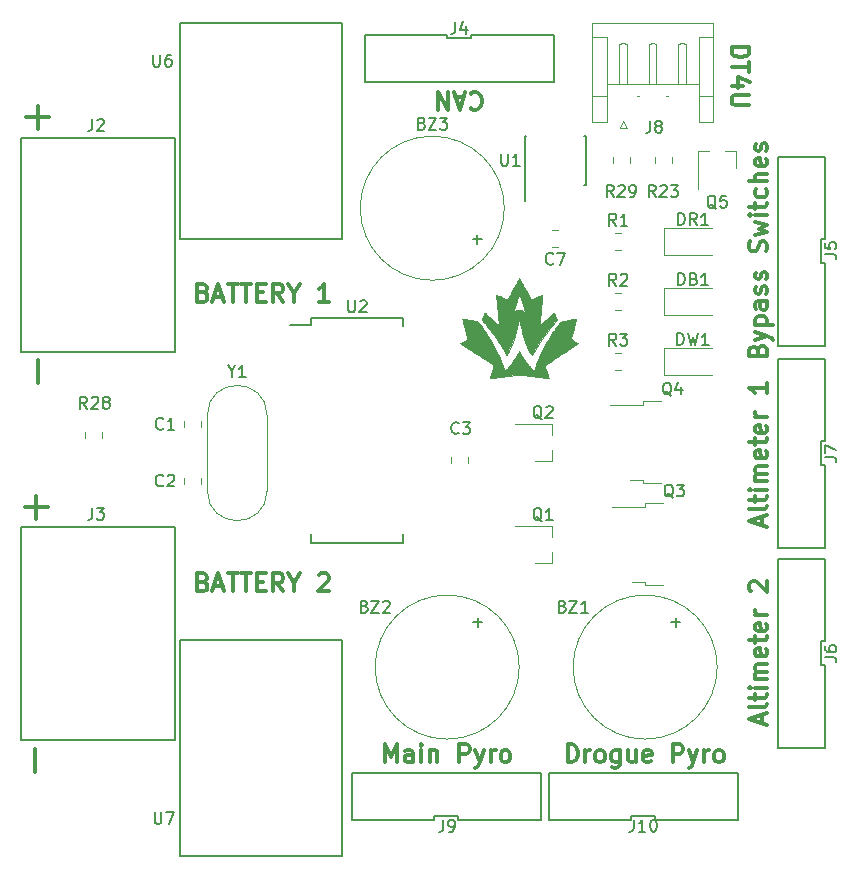
<source format=gto>
G04 #@! TF.GenerationSoftware,KiCad,Pcbnew,(5.1.6)-1*
G04 #@! TF.CreationDate,2021-12-09T22:57:54-05:00*
G04 #@! TF.ProjectId,remote_arming,72656d6f-7465-45f6-9172-6d696e672e6b,rev?*
G04 #@! TF.SameCoordinates,Original*
G04 #@! TF.FileFunction,Legend,Top*
G04 #@! TF.FilePolarity,Positive*
%FSLAX46Y46*%
G04 Gerber Fmt 4.6, Leading zero omitted, Abs format (unit mm)*
G04 Created by KiCad (PCBNEW (5.1.6)-1) date 2021-12-09 22:57:54*
%MOMM*%
%LPD*%
G01*
G04 APERTURE LIST*
%ADD10C,0.300000*%
%ADD11C,0.010000*%
%ADD12C,0.150000*%
%ADD13C,0.120000*%
G04 APERTURE END LIST*
D10*
X194735285Y-103778857D02*
X194949571Y-103850285D01*
X195021000Y-103921714D01*
X195092428Y-104064571D01*
X195092428Y-104278857D01*
X195021000Y-104421714D01*
X194949571Y-104493142D01*
X194806714Y-104564571D01*
X194235285Y-104564571D01*
X194235285Y-103064571D01*
X194735285Y-103064571D01*
X194878142Y-103136000D01*
X194949571Y-103207428D01*
X195021000Y-103350285D01*
X195021000Y-103493142D01*
X194949571Y-103636000D01*
X194878142Y-103707428D01*
X194735285Y-103778857D01*
X194235285Y-103778857D01*
X195663857Y-104136000D02*
X196378142Y-104136000D01*
X195521000Y-104564571D02*
X196021000Y-103064571D01*
X196521000Y-104564571D01*
X196806714Y-103064571D02*
X197663857Y-103064571D01*
X197235285Y-104564571D02*
X197235285Y-103064571D01*
X197949571Y-103064571D02*
X198806714Y-103064571D01*
X198378142Y-104564571D02*
X198378142Y-103064571D01*
X199306714Y-103778857D02*
X199806714Y-103778857D01*
X200021000Y-104564571D02*
X199306714Y-104564571D01*
X199306714Y-103064571D01*
X200021000Y-103064571D01*
X201521000Y-104564571D02*
X201021000Y-103850285D01*
X200663857Y-104564571D02*
X200663857Y-103064571D01*
X201235285Y-103064571D01*
X201378142Y-103136000D01*
X201449571Y-103207428D01*
X201521000Y-103350285D01*
X201521000Y-103564571D01*
X201449571Y-103707428D01*
X201378142Y-103778857D01*
X201235285Y-103850285D01*
X200663857Y-103850285D01*
X202449571Y-103850285D02*
X202449571Y-104564571D01*
X201949571Y-103064571D02*
X202449571Y-103850285D01*
X202949571Y-103064571D01*
X204521000Y-103207428D02*
X204592428Y-103136000D01*
X204735285Y-103064571D01*
X205092428Y-103064571D01*
X205235285Y-103136000D01*
X205306714Y-103207428D01*
X205378142Y-103350285D01*
X205378142Y-103493142D01*
X205306714Y-103707428D01*
X204449571Y-104564571D01*
X205378142Y-104564571D01*
X194735285Y-79267857D02*
X194949571Y-79339285D01*
X195021000Y-79410714D01*
X195092428Y-79553571D01*
X195092428Y-79767857D01*
X195021000Y-79910714D01*
X194949571Y-79982142D01*
X194806714Y-80053571D01*
X194235285Y-80053571D01*
X194235285Y-78553571D01*
X194735285Y-78553571D01*
X194878142Y-78625000D01*
X194949571Y-78696428D01*
X195021000Y-78839285D01*
X195021000Y-78982142D01*
X194949571Y-79125000D01*
X194878142Y-79196428D01*
X194735285Y-79267857D01*
X194235285Y-79267857D01*
X195663857Y-79625000D02*
X196378142Y-79625000D01*
X195521000Y-80053571D02*
X196021000Y-78553571D01*
X196521000Y-80053571D01*
X196806714Y-78553571D02*
X197663857Y-78553571D01*
X197235285Y-80053571D02*
X197235285Y-78553571D01*
X197949571Y-78553571D02*
X198806714Y-78553571D01*
X198378142Y-80053571D02*
X198378142Y-78553571D01*
X199306714Y-79267857D02*
X199806714Y-79267857D01*
X200021000Y-80053571D02*
X199306714Y-80053571D01*
X199306714Y-78553571D01*
X200021000Y-78553571D01*
X201521000Y-80053571D02*
X201021000Y-79339285D01*
X200663857Y-80053571D02*
X200663857Y-78553571D01*
X201235285Y-78553571D01*
X201378142Y-78625000D01*
X201449571Y-78696428D01*
X201521000Y-78839285D01*
X201521000Y-79053571D01*
X201449571Y-79196428D01*
X201378142Y-79267857D01*
X201235285Y-79339285D01*
X200663857Y-79339285D01*
X202449571Y-79339285D02*
X202449571Y-80053571D01*
X201949571Y-78553571D02*
X202449571Y-79339285D01*
X202949571Y-78553571D01*
X205378142Y-80053571D02*
X204521000Y-80053571D01*
X204949571Y-80053571D02*
X204949571Y-78553571D01*
X204806714Y-78767857D01*
X204663857Y-78910714D01*
X204521000Y-78982142D01*
X242058000Y-98964000D02*
X242058000Y-98249714D01*
X242486571Y-99106857D02*
X240986571Y-98606857D01*
X242486571Y-98106857D01*
X242486571Y-97392571D02*
X242415142Y-97535428D01*
X242272285Y-97606857D01*
X240986571Y-97606857D01*
X241486571Y-97035428D02*
X241486571Y-96464000D01*
X240986571Y-96821142D02*
X242272285Y-96821142D01*
X242415142Y-96749714D01*
X242486571Y-96606857D01*
X242486571Y-96464000D01*
X242486571Y-95964000D02*
X241486571Y-95964000D01*
X240986571Y-95964000D02*
X241058000Y-96035428D01*
X241129428Y-95964000D01*
X241058000Y-95892571D01*
X240986571Y-95964000D01*
X241129428Y-95964000D01*
X242486571Y-95249714D02*
X241486571Y-95249714D01*
X241629428Y-95249714D02*
X241558000Y-95178285D01*
X241486571Y-95035428D01*
X241486571Y-94821142D01*
X241558000Y-94678285D01*
X241700857Y-94606857D01*
X242486571Y-94606857D01*
X241700857Y-94606857D02*
X241558000Y-94535428D01*
X241486571Y-94392571D01*
X241486571Y-94178285D01*
X241558000Y-94035428D01*
X241700857Y-93964000D01*
X242486571Y-93964000D01*
X242415142Y-92678285D02*
X242486571Y-92821142D01*
X242486571Y-93106857D01*
X242415142Y-93249714D01*
X242272285Y-93321142D01*
X241700857Y-93321142D01*
X241558000Y-93249714D01*
X241486571Y-93106857D01*
X241486571Y-92821142D01*
X241558000Y-92678285D01*
X241700857Y-92606857D01*
X241843714Y-92606857D01*
X241986571Y-93321142D01*
X241486571Y-92178285D02*
X241486571Y-91606857D01*
X240986571Y-91964000D02*
X242272285Y-91964000D01*
X242415142Y-91892571D01*
X242486571Y-91749714D01*
X242486571Y-91606857D01*
X242415142Y-90535428D02*
X242486571Y-90678285D01*
X242486571Y-90964000D01*
X242415142Y-91106857D01*
X242272285Y-91178285D01*
X241700857Y-91178285D01*
X241558000Y-91106857D01*
X241486571Y-90964000D01*
X241486571Y-90678285D01*
X241558000Y-90535428D01*
X241700857Y-90464000D01*
X241843714Y-90464000D01*
X241986571Y-91178285D01*
X242486571Y-89821142D02*
X241486571Y-89821142D01*
X241772285Y-89821142D02*
X241629428Y-89749714D01*
X241558000Y-89678285D01*
X241486571Y-89535428D01*
X241486571Y-89392571D01*
X242486571Y-86964000D02*
X242486571Y-87821142D01*
X242486571Y-87392571D02*
X240986571Y-87392571D01*
X241200857Y-87535428D01*
X241343714Y-87678285D01*
X241415142Y-87821142D01*
X180775428Y-86946619D02*
X180775428Y-85011380D01*
X180521428Y-119839619D02*
X180521428Y-117904380D01*
X179753380Y-64443428D02*
X181688619Y-64443428D01*
X180721000Y-65411047D02*
X180721000Y-63475809D01*
X179626380Y-97463428D02*
X181561619Y-97463428D01*
X180594000Y-98431047D02*
X180594000Y-96495809D01*
X239478428Y-58495714D02*
X240978428Y-58495714D01*
X240978428Y-58852857D01*
X240907000Y-59067142D01*
X240764142Y-59210000D01*
X240621285Y-59281428D01*
X240335571Y-59352857D01*
X240121285Y-59352857D01*
X239835571Y-59281428D01*
X239692714Y-59210000D01*
X239549857Y-59067142D01*
X239478428Y-58852857D01*
X239478428Y-58495714D01*
X240978428Y-59781428D02*
X240978428Y-60638571D01*
X239478428Y-60210000D02*
X240978428Y-60210000D01*
X240478428Y-61781428D02*
X239478428Y-61781428D01*
X241049857Y-61424285D02*
X239978428Y-61067142D01*
X239978428Y-61995714D01*
X240978428Y-62567142D02*
X239764142Y-62567142D01*
X239621285Y-62638571D01*
X239549857Y-62710000D01*
X239478428Y-62852857D01*
X239478428Y-63138571D01*
X239549857Y-63281428D01*
X239621285Y-63352857D01*
X239764142Y-63424285D01*
X240978428Y-63424285D01*
X217372285Y-62456285D02*
X217443714Y-62384857D01*
X217658000Y-62313428D01*
X217800857Y-62313428D01*
X218015142Y-62384857D01*
X218158000Y-62527714D01*
X218229428Y-62670571D01*
X218300857Y-62956285D01*
X218300857Y-63170571D01*
X218229428Y-63456285D01*
X218158000Y-63599142D01*
X218015142Y-63742000D01*
X217800857Y-63813428D01*
X217658000Y-63813428D01*
X217443714Y-63742000D01*
X217372285Y-63670571D01*
X216800857Y-62742000D02*
X216086571Y-62742000D01*
X216943714Y-62313428D02*
X216443714Y-63813428D01*
X215943714Y-62313428D01*
X215443714Y-62313428D02*
X215443714Y-63813428D01*
X214586571Y-62313428D01*
X214586571Y-63813428D01*
X241700857Y-84156285D02*
X241772285Y-83942000D01*
X241843714Y-83870571D01*
X241986571Y-83799142D01*
X242200857Y-83799142D01*
X242343714Y-83870571D01*
X242415142Y-83942000D01*
X242486571Y-84084857D01*
X242486571Y-84656285D01*
X240986571Y-84656285D01*
X240986571Y-84156285D01*
X241058000Y-84013428D01*
X241129428Y-83942000D01*
X241272285Y-83870571D01*
X241415142Y-83870571D01*
X241558000Y-83942000D01*
X241629428Y-84013428D01*
X241700857Y-84156285D01*
X241700857Y-84656285D01*
X241486571Y-83299142D02*
X242486571Y-82942000D01*
X241486571Y-82584857D02*
X242486571Y-82942000D01*
X242843714Y-83084857D01*
X242915142Y-83156285D01*
X242986571Y-83299142D01*
X241486571Y-82013428D02*
X242986571Y-82013428D01*
X241558000Y-82013428D02*
X241486571Y-81870571D01*
X241486571Y-81584857D01*
X241558000Y-81442000D01*
X241629428Y-81370571D01*
X241772285Y-81299142D01*
X242200857Y-81299142D01*
X242343714Y-81370571D01*
X242415142Y-81442000D01*
X242486571Y-81584857D01*
X242486571Y-81870571D01*
X242415142Y-82013428D01*
X242486571Y-80013428D02*
X241700857Y-80013428D01*
X241558000Y-80084857D01*
X241486571Y-80227714D01*
X241486571Y-80513428D01*
X241558000Y-80656285D01*
X242415142Y-80013428D02*
X242486571Y-80156285D01*
X242486571Y-80513428D01*
X242415142Y-80656285D01*
X242272285Y-80727714D01*
X242129428Y-80727714D01*
X241986571Y-80656285D01*
X241915142Y-80513428D01*
X241915142Y-80156285D01*
X241843714Y-80013428D01*
X242415142Y-79370571D02*
X242486571Y-79227714D01*
X242486571Y-78942000D01*
X242415142Y-78799142D01*
X242272285Y-78727714D01*
X242200857Y-78727714D01*
X242058000Y-78799142D01*
X241986571Y-78942000D01*
X241986571Y-79156285D01*
X241915142Y-79299142D01*
X241772285Y-79370571D01*
X241700857Y-79370571D01*
X241558000Y-79299142D01*
X241486571Y-79156285D01*
X241486571Y-78942000D01*
X241558000Y-78799142D01*
X242415142Y-78156285D02*
X242486571Y-78013428D01*
X242486571Y-77727714D01*
X242415142Y-77584857D01*
X242272285Y-77513428D01*
X242200857Y-77513428D01*
X242058000Y-77584857D01*
X241986571Y-77727714D01*
X241986571Y-77942000D01*
X241915142Y-78084857D01*
X241772285Y-78156285D01*
X241700857Y-78156285D01*
X241558000Y-78084857D01*
X241486571Y-77942000D01*
X241486571Y-77727714D01*
X241558000Y-77584857D01*
X242415142Y-75799142D02*
X242486571Y-75584857D01*
X242486571Y-75227714D01*
X242415142Y-75084857D01*
X242343714Y-75013428D01*
X242200857Y-74942000D01*
X242058000Y-74942000D01*
X241915142Y-75013428D01*
X241843714Y-75084857D01*
X241772285Y-75227714D01*
X241700857Y-75513428D01*
X241629428Y-75656285D01*
X241558000Y-75727714D01*
X241415142Y-75799142D01*
X241272285Y-75799142D01*
X241129428Y-75727714D01*
X241058000Y-75656285D01*
X240986571Y-75513428D01*
X240986571Y-75156285D01*
X241058000Y-74942000D01*
X241486571Y-74442000D02*
X242486571Y-74156285D01*
X241772285Y-73870571D01*
X242486571Y-73584857D01*
X241486571Y-73299142D01*
X242486571Y-72727714D02*
X241486571Y-72727714D01*
X240986571Y-72727714D02*
X241058000Y-72799142D01*
X241129428Y-72727714D01*
X241058000Y-72656285D01*
X240986571Y-72727714D01*
X241129428Y-72727714D01*
X241486571Y-72227714D02*
X241486571Y-71656285D01*
X240986571Y-72013428D02*
X242272285Y-72013428D01*
X242415142Y-71942000D01*
X242486571Y-71799142D01*
X242486571Y-71656285D01*
X242415142Y-70513428D02*
X242486571Y-70656285D01*
X242486571Y-70942000D01*
X242415142Y-71084857D01*
X242343714Y-71156285D01*
X242200857Y-71227714D01*
X241772285Y-71227714D01*
X241629428Y-71156285D01*
X241558000Y-71084857D01*
X241486571Y-70942000D01*
X241486571Y-70656285D01*
X241558000Y-70513428D01*
X242486571Y-69870571D02*
X240986571Y-69870571D01*
X242486571Y-69227714D02*
X241700857Y-69227714D01*
X241558000Y-69299142D01*
X241486571Y-69442000D01*
X241486571Y-69656285D01*
X241558000Y-69799142D01*
X241629428Y-69870571D01*
X242415142Y-67942000D02*
X242486571Y-68084857D01*
X242486571Y-68370571D01*
X242415142Y-68513428D01*
X242272285Y-68584857D01*
X241700857Y-68584857D01*
X241558000Y-68513428D01*
X241486571Y-68370571D01*
X241486571Y-68084857D01*
X241558000Y-67942000D01*
X241700857Y-67870571D01*
X241843714Y-67870571D01*
X241986571Y-68584857D01*
X242415142Y-67299142D02*
X242486571Y-67156285D01*
X242486571Y-66870571D01*
X242415142Y-66727714D01*
X242272285Y-66656285D01*
X242200857Y-66656285D01*
X242058000Y-66727714D01*
X241986571Y-66870571D01*
X241986571Y-67084857D01*
X241915142Y-67227714D01*
X241772285Y-67299142D01*
X241700857Y-67299142D01*
X241558000Y-67227714D01*
X241486571Y-67084857D01*
X241486571Y-66870571D01*
X241558000Y-66727714D01*
X242058000Y-115728000D02*
X242058000Y-115013714D01*
X242486571Y-115870857D02*
X240986571Y-115370857D01*
X242486571Y-114870857D01*
X242486571Y-114156571D02*
X242415142Y-114299428D01*
X242272285Y-114370857D01*
X240986571Y-114370857D01*
X241486571Y-113799428D02*
X241486571Y-113228000D01*
X240986571Y-113585142D02*
X242272285Y-113585142D01*
X242415142Y-113513714D01*
X242486571Y-113370857D01*
X242486571Y-113228000D01*
X242486571Y-112728000D02*
X241486571Y-112728000D01*
X240986571Y-112728000D02*
X241058000Y-112799428D01*
X241129428Y-112728000D01*
X241058000Y-112656571D01*
X240986571Y-112728000D01*
X241129428Y-112728000D01*
X242486571Y-112013714D02*
X241486571Y-112013714D01*
X241629428Y-112013714D02*
X241558000Y-111942285D01*
X241486571Y-111799428D01*
X241486571Y-111585142D01*
X241558000Y-111442285D01*
X241700857Y-111370857D01*
X242486571Y-111370857D01*
X241700857Y-111370857D02*
X241558000Y-111299428D01*
X241486571Y-111156571D01*
X241486571Y-110942285D01*
X241558000Y-110799428D01*
X241700857Y-110728000D01*
X242486571Y-110728000D01*
X242415142Y-109442285D02*
X242486571Y-109585142D01*
X242486571Y-109870857D01*
X242415142Y-110013714D01*
X242272285Y-110085142D01*
X241700857Y-110085142D01*
X241558000Y-110013714D01*
X241486571Y-109870857D01*
X241486571Y-109585142D01*
X241558000Y-109442285D01*
X241700857Y-109370857D01*
X241843714Y-109370857D01*
X241986571Y-110085142D01*
X241486571Y-108942285D02*
X241486571Y-108370857D01*
X240986571Y-108728000D02*
X242272285Y-108728000D01*
X242415142Y-108656571D01*
X242486571Y-108513714D01*
X242486571Y-108370857D01*
X242415142Y-107299428D02*
X242486571Y-107442285D01*
X242486571Y-107728000D01*
X242415142Y-107870857D01*
X242272285Y-107942285D01*
X241700857Y-107942285D01*
X241558000Y-107870857D01*
X241486571Y-107728000D01*
X241486571Y-107442285D01*
X241558000Y-107299428D01*
X241700857Y-107228000D01*
X241843714Y-107228000D01*
X241986571Y-107942285D01*
X242486571Y-106585142D02*
X241486571Y-106585142D01*
X241772285Y-106585142D02*
X241629428Y-106513714D01*
X241558000Y-106442285D01*
X241486571Y-106299428D01*
X241486571Y-106156571D01*
X241129428Y-104585142D02*
X241058000Y-104513714D01*
X240986571Y-104370857D01*
X240986571Y-104013714D01*
X241058000Y-103870857D01*
X241129428Y-103799428D01*
X241272285Y-103728000D01*
X241415142Y-103728000D01*
X241629428Y-103799428D01*
X242486571Y-104656571D01*
X242486571Y-103728000D01*
X210142000Y-119042571D02*
X210142000Y-117542571D01*
X210642000Y-118614000D01*
X211142000Y-117542571D01*
X211142000Y-119042571D01*
X212499142Y-119042571D02*
X212499142Y-118256857D01*
X212427714Y-118114000D01*
X212284857Y-118042571D01*
X211999142Y-118042571D01*
X211856285Y-118114000D01*
X212499142Y-118971142D02*
X212356285Y-119042571D01*
X211999142Y-119042571D01*
X211856285Y-118971142D01*
X211784857Y-118828285D01*
X211784857Y-118685428D01*
X211856285Y-118542571D01*
X211999142Y-118471142D01*
X212356285Y-118471142D01*
X212499142Y-118399714D01*
X213213428Y-119042571D02*
X213213428Y-118042571D01*
X213213428Y-117542571D02*
X213142000Y-117614000D01*
X213213428Y-117685428D01*
X213284857Y-117614000D01*
X213213428Y-117542571D01*
X213213428Y-117685428D01*
X213927714Y-118042571D02*
X213927714Y-119042571D01*
X213927714Y-118185428D02*
X213999142Y-118114000D01*
X214142000Y-118042571D01*
X214356285Y-118042571D01*
X214499142Y-118114000D01*
X214570571Y-118256857D01*
X214570571Y-119042571D01*
X216427714Y-119042571D02*
X216427714Y-117542571D01*
X216999142Y-117542571D01*
X217142000Y-117614000D01*
X217213428Y-117685428D01*
X217284857Y-117828285D01*
X217284857Y-118042571D01*
X217213428Y-118185428D01*
X217142000Y-118256857D01*
X216999142Y-118328285D01*
X216427714Y-118328285D01*
X217784857Y-118042571D02*
X218142000Y-119042571D01*
X218499142Y-118042571D02*
X218142000Y-119042571D01*
X217999142Y-119399714D01*
X217927714Y-119471142D01*
X217784857Y-119542571D01*
X219070571Y-119042571D02*
X219070571Y-118042571D01*
X219070571Y-118328285D02*
X219142000Y-118185428D01*
X219213428Y-118114000D01*
X219356285Y-118042571D01*
X219499142Y-118042571D01*
X220213428Y-119042571D02*
X220070571Y-118971142D01*
X219999142Y-118899714D01*
X219927714Y-118756857D01*
X219927714Y-118328285D01*
X219999142Y-118185428D01*
X220070571Y-118114000D01*
X220213428Y-118042571D01*
X220427714Y-118042571D01*
X220570571Y-118114000D01*
X220642000Y-118185428D01*
X220713428Y-118328285D01*
X220713428Y-118756857D01*
X220642000Y-118899714D01*
X220570571Y-118971142D01*
X220427714Y-119042571D01*
X220213428Y-119042571D01*
X225584571Y-119042571D02*
X225584571Y-117542571D01*
X225941714Y-117542571D01*
X226156000Y-117614000D01*
X226298857Y-117756857D01*
X226370285Y-117899714D01*
X226441714Y-118185428D01*
X226441714Y-118399714D01*
X226370285Y-118685428D01*
X226298857Y-118828285D01*
X226156000Y-118971142D01*
X225941714Y-119042571D01*
X225584571Y-119042571D01*
X227084571Y-119042571D02*
X227084571Y-118042571D01*
X227084571Y-118328285D02*
X227156000Y-118185428D01*
X227227428Y-118114000D01*
X227370285Y-118042571D01*
X227513142Y-118042571D01*
X228227428Y-119042571D02*
X228084571Y-118971142D01*
X228013142Y-118899714D01*
X227941714Y-118756857D01*
X227941714Y-118328285D01*
X228013142Y-118185428D01*
X228084571Y-118114000D01*
X228227428Y-118042571D01*
X228441714Y-118042571D01*
X228584571Y-118114000D01*
X228656000Y-118185428D01*
X228727428Y-118328285D01*
X228727428Y-118756857D01*
X228656000Y-118899714D01*
X228584571Y-118971142D01*
X228441714Y-119042571D01*
X228227428Y-119042571D01*
X230013142Y-118042571D02*
X230013142Y-119256857D01*
X229941714Y-119399714D01*
X229870285Y-119471142D01*
X229727428Y-119542571D01*
X229513142Y-119542571D01*
X229370285Y-119471142D01*
X230013142Y-118971142D02*
X229870285Y-119042571D01*
X229584571Y-119042571D01*
X229441714Y-118971142D01*
X229370285Y-118899714D01*
X229298857Y-118756857D01*
X229298857Y-118328285D01*
X229370285Y-118185428D01*
X229441714Y-118114000D01*
X229584571Y-118042571D01*
X229870285Y-118042571D01*
X230013142Y-118114000D01*
X231370285Y-118042571D02*
X231370285Y-119042571D01*
X230727428Y-118042571D02*
X230727428Y-118828285D01*
X230798857Y-118971142D01*
X230941714Y-119042571D01*
X231156000Y-119042571D01*
X231298857Y-118971142D01*
X231370285Y-118899714D01*
X232656000Y-118971142D02*
X232513142Y-119042571D01*
X232227428Y-119042571D01*
X232084571Y-118971142D01*
X232013142Y-118828285D01*
X232013142Y-118256857D01*
X232084571Y-118114000D01*
X232227428Y-118042571D01*
X232513142Y-118042571D01*
X232656000Y-118114000D01*
X232727428Y-118256857D01*
X232727428Y-118399714D01*
X232013142Y-118542571D01*
X234513142Y-119042571D02*
X234513142Y-117542571D01*
X235084571Y-117542571D01*
X235227428Y-117614000D01*
X235298857Y-117685428D01*
X235370285Y-117828285D01*
X235370285Y-118042571D01*
X235298857Y-118185428D01*
X235227428Y-118256857D01*
X235084571Y-118328285D01*
X234513142Y-118328285D01*
X235870285Y-118042571D02*
X236227428Y-119042571D01*
X236584571Y-118042571D02*
X236227428Y-119042571D01*
X236084571Y-119399714D01*
X236013142Y-119471142D01*
X235870285Y-119542571D01*
X237156000Y-119042571D02*
X237156000Y-118042571D01*
X237156000Y-118328285D02*
X237227428Y-118185428D01*
X237298857Y-118114000D01*
X237441714Y-118042571D01*
X237584571Y-118042571D01*
X238298857Y-119042571D02*
X238156000Y-118971142D01*
X238084571Y-118899714D01*
X238013142Y-118756857D01*
X238013142Y-118328285D01*
X238084571Y-118185428D01*
X238156000Y-118114000D01*
X238298857Y-118042571D01*
X238513142Y-118042571D01*
X238656000Y-118114000D01*
X238727428Y-118185428D01*
X238798857Y-118328285D01*
X238798857Y-118756857D01*
X238727428Y-118899714D01*
X238656000Y-118971142D01*
X238513142Y-119042571D01*
X238298857Y-119042571D01*
D11*
G36*
X221503828Y-78091810D02*
G01*
X221525031Y-78126138D01*
X221557466Y-78180988D01*
X221600034Y-78254430D01*
X221651634Y-78344537D01*
X221711166Y-78449380D01*
X221777530Y-78567029D01*
X221849626Y-78695556D01*
X221926352Y-78833033D01*
X221992894Y-78952787D01*
X222072738Y-79096733D01*
X222148795Y-79233789D01*
X222219965Y-79361976D01*
X222285147Y-79479311D01*
X222343238Y-79583816D01*
X222393138Y-79673509D01*
X222433745Y-79746410D01*
X222463959Y-79800539D01*
X222482678Y-79833916D01*
X222488667Y-79844394D01*
X222497114Y-79847201D01*
X222516819Y-79843900D01*
X222549826Y-79833702D01*
X222598180Y-79815817D01*
X222663923Y-79789456D01*
X222749102Y-79753831D01*
X222855760Y-79708152D01*
X222969565Y-79658770D01*
X223076458Y-79612519D01*
X223175265Y-79570396D01*
X223263109Y-79533580D01*
X223337113Y-79503250D01*
X223394398Y-79480585D01*
X223432086Y-79466763D01*
X223447301Y-79462964D01*
X223447399Y-79463034D01*
X223447360Y-79477846D01*
X223444790Y-79518416D01*
X223439859Y-79582798D01*
X223432742Y-79669044D01*
X223423610Y-79775209D01*
X223412635Y-79899346D01*
X223399990Y-80039509D01*
X223385848Y-80193751D01*
X223370380Y-80360127D01*
X223353760Y-80536690D01*
X223336159Y-80721493D01*
X223333212Y-80752226D01*
X223315441Y-80938115D01*
X223298564Y-81116027D01*
X223282758Y-81284020D01*
X223268198Y-81440154D01*
X223255063Y-81582488D01*
X223243528Y-81709082D01*
X223233769Y-81817995D01*
X223225965Y-81907285D01*
X223220291Y-81975013D01*
X223216923Y-82019238D01*
X223216040Y-82038019D01*
X223216145Y-82038538D01*
X223227303Y-82030621D01*
X223257375Y-82005773D01*
X223304513Y-81965605D01*
X223366867Y-81911726D01*
X223442591Y-81845745D01*
X223529835Y-81769272D01*
X223626751Y-81683918D01*
X223731490Y-81591291D01*
X223824122Y-81509079D01*
X223934216Y-81411387D01*
X224038199Y-81319446D01*
X224134200Y-81234890D01*
X224220348Y-81159352D01*
X224294769Y-81094465D01*
X224355594Y-81041861D01*
X224400949Y-81003174D01*
X224428964Y-80980035D01*
X224437706Y-80973809D01*
X224441955Y-80976925D01*
X224448484Y-80987816D01*
X224458198Y-81008795D01*
X224472002Y-81042177D01*
X224490801Y-81090276D01*
X224515501Y-81155404D01*
X224547006Y-81239877D01*
X224586222Y-81346007D01*
X224631506Y-81469166D01*
X224672853Y-81581784D01*
X224554252Y-81718604D01*
X224401232Y-81899611D01*
X224240733Y-82097790D01*
X224075007Y-82309920D01*
X223906306Y-82532782D01*
X223736879Y-82763156D01*
X223568979Y-82997821D01*
X223404857Y-83233558D01*
X223246764Y-83467146D01*
X223096952Y-83695366D01*
X222957672Y-83914997D01*
X222831174Y-84122819D01*
X222719711Y-84315613D01*
X222652384Y-84438873D01*
X222576801Y-84581245D01*
X222530889Y-84514515D01*
X222443367Y-84377790D01*
X222352677Y-84218444D01*
X222260999Y-84041174D01*
X222170514Y-83850674D01*
X222083404Y-83651642D01*
X222001849Y-83448774D01*
X221928031Y-83246765D01*
X221891615Y-83138028D01*
X221825949Y-82923960D01*
X221760222Y-82688794D01*
X221696089Y-82439211D01*
X221635209Y-82181896D01*
X221579237Y-81923531D01*
X221535692Y-81702394D01*
X221496258Y-81491527D01*
X221424607Y-81848531D01*
X221345426Y-82220304D01*
X221262014Y-82566580D01*
X221173620Y-82889476D01*
X221079494Y-83191112D01*
X220978885Y-83473606D01*
X220871043Y-83739077D01*
X220755218Y-83989644D01*
X220630660Y-84227427D01*
X220508537Y-84435377D01*
X220475287Y-84488208D01*
X220446863Y-84531711D01*
X220426714Y-84560711D01*
X220418892Y-84569978D01*
X220408561Y-84561278D01*
X220389331Y-84532679D01*
X220364473Y-84489318D01*
X220349925Y-84461697D01*
X220269030Y-84310968D01*
X220171782Y-84142122D01*
X220060158Y-83957990D01*
X219936132Y-83761403D01*
X219801681Y-83555194D01*
X219658781Y-83342193D01*
X219509408Y-83125232D01*
X219355538Y-82907144D01*
X219199147Y-82690758D01*
X219042211Y-82478908D01*
X218886706Y-82274425D01*
X218734608Y-82080139D01*
X218587893Y-81898884D01*
X218448537Y-81733489D01*
X218435666Y-81718604D01*
X218317065Y-81581784D01*
X218358412Y-81469166D01*
X218405808Y-81340271D01*
X218444631Y-81235236D01*
X218475783Y-81151748D01*
X218500169Y-81087495D01*
X218518693Y-81040164D01*
X218532259Y-81007443D01*
X218541771Y-80987020D01*
X218548133Y-80976582D01*
X218552064Y-80973809D01*
X218564244Y-80982801D01*
X218595327Y-81008689D01*
X218643439Y-81049841D01*
X218706710Y-81104626D01*
X218783267Y-81171411D01*
X218871239Y-81248565D01*
X218968755Y-81334455D01*
X219073942Y-81427451D01*
X219165802Y-81508924D01*
X219275727Y-81606381D01*
X219379373Y-81697924D01*
X219474892Y-81781945D01*
X219560436Y-81856835D01*
X219634156Y-81920983D01*
X219694204Y-81972780D01*
X219738732Y-82010618D01*
X219765890Y-82032887D01*
X219773928Y-82038383D01*
X219773449Y-82024018D01*
X219770459Y-81983887D01*
X219765133Y-81919932D01*
X219757650Y-81834093D01*
X219748186Y-81728309D01*
X219736917Y-81604522D01*
X219724021Y-81464672D01*
X219709675Y-81310699D01*
X219694054Y-81144543D01*
X219677337Y-80968146D01*
X219675177Y-80945517D01*
X220989239Y-80945517D01*
X220994325Y-80947002D01*
X221014776Y-80931940D01*
X221046335Y-80903527D01*
X221050419Y-80899611D01*
X221099655Y-80858626D01*
X221160836Y-80816615D01*
X221216603Y-80784857D01*
X221340824Y-80737687D01*
X221466922Y-80717548D01*
X221592146Y-80724020D01*
X221713743Y-80756685D01*
X221828961Y-80815125D01*
X221928904Y-80893106D01*
X221964523Y-80924838D01*
X221989807Y-80944248D01*
X222000583Y-80948247D01*
X222000361Y-80945973D01*
X221994993Y-80929234D01*
X221982093Y-80888302D01*
X221962407Y-80825562D01*
X221936681Y-80743396D01*
X221905659Y-80644191D01*
X221870088Y-80530328D01*
X221830713Y-80404193D01*
X221788280Y-80268169D01*
X221745759Y-80131781D01*
X221701294Y-79989200D01*
X221659315Y-79854742D01*
X221620546Y-79730722D01*
X221585713Y-79619456D01*
X221555542Y-79523256D01*
X221530760Y-79444438D01*
X221512091Y-79385316D01*
X221500262Y-79348205D01*
X221496008Y-79335424D01*
X221491539Y-79347775D01*
X221479530Y-79384420D01*
X221460703Y-79443072D01*
X221435782Y-79521444D01*
X221405489Y-79617248D01*
X221370548Y-79728199D01*
X221331682Y-79852009D01*
X221289614Y-79986391D01*
X221245166Y-80128739D01*
X221200402Y-80272217D01*
X221157981Y-80408064D01*
X221118647Y-80533901D01*
X221083146Y-80647353D01*
X221052223Y-80746042D01*
X221026622Y-80827590D01*
X221007087Y-80889621D01*
X220994365Y-80929757D01*
X220989239Y-80945517D01*
X219675177Y-80945517D01*
X219659700Y-80783447D01*
X219656706Y-80752226D01*
X219638963Y-80566262D01*
X219622175Y-80388220D01*
X219606514Y-80220045D01*
X219592152Y-80063685D01*
X219579262Y-79921086D01*
X219568016Y-79794195D01*
X219558586Y-79684958D01*
X219551144Y-79595322D01*
X219545862Y-79527233D01*
X219542913Y-79482639D01*
X219542469Y-79463484D01*
X219542646Y-79462907D01*
X219556971Y-79466256D01*
X219593875Y-79479663D01*
X219650472Y-79501948D01*
X219723875Y-79531932D01*
X219811197Y-79568435D01*
X219909550Y-79610277D01*
X220016048Y-79656278D01*
X220018249Y-79657236D01*
X220124771Y-79703540D01*
X220223011Y-79746138D01*
X220310105Y-79783797D01*
X220383192Y-79815284D01*
X220439410Y-79839366D01*
X220475897Y-79854809D01*
X220489790Y-79860382D01*
X220489818Y-79860384D01*
X220497169Y-79848521D01*
X220516919Y-79814206D01*
X220548004Y-79759344D01*
X220589354Y-79685843D01*
X220639904Y-79595612D01*
X220698586Y-79490557D01*
X220764333Y-79372586D01*
X220836079Y-79243607D01*
X220912755Y-79105526D01*
X220987822Y-78970132D01*
X221068297Y-78825212D01*
X221145063Y-78687622D01*
X221217032Y-78559271D01*
X221283116Y-78442072D01*
X221342226Y-78337933D01*
X221393275Y-78248764D01*
X221435174Y-78176476D01*
X221466835Y-78122978D01*
X221487169Y-78090182D01*
X221494959Y-78079933D01*
X221503828Y-78091810D01*
G37*
X221503828Y-78091810D02*
X221525031Y-78126138D01*
X221557466Y-78180988D01*
X221600034Y-78254430D01*
X221651634Y-78344537D01*
X221711166Y-78449380D01*
X221777530Y-78567029D01*
X221849626Y-78695556D01*
X221926352Y-78833033D01*
X221992894Y-78952787D01*
X222072738Y-79096733D01*
X222148795Y-79233789D01*
X222219965Y-79361976D01*
X222285147Y-79479311D01*
X222343238Y-79583816D01*
X222393138Y-79673509D01*
X222433745Y-79746410D01*
X222463959Y-79800539D01*
X222482678Y-79833916D01*
X222488667Y-79844394D01*
X222497114Y-79847201D01*
X222516819Y-79843900D01*
X222549826Y-79833702D01*
X222598180Y-79815817D01*
X222663923Y-79789456D01*
X222749102Y-79753831D01*
X222855760Y-79708152D01*
X222969565Y-79658770D01*
X223076458Y-79612519D01*
X223175265Y-79570396D01*
X223263109Y-79533580D01*
X223337113Y-79503250D01*
X223394398Y-79480585D01*
X223432086Y-79466763D01*
X223447301Y-79462964D01*
X223447399Y-79463034D01*
X223447360Y-79477846D01*
X223444790Y-79518416D01*
X223439859Y-79582798D01*
X223432742Y-79669044D01*
X223423610Y-79775209D01*
X223412635Y-79899346D01*
X223399990Y-80039509D01*
X223385848Y-80193751D01*
X223370380Y-80360127D01*
X223353760Y-80536690D01*
X223336159Y-80721493D01*
X223333212Y-80752226D01*
X223315441Y-80938115D01*
X223298564Y-81116027D01*
X223282758Y-81284020D01*
X223268198Y-81440154D01*
X223255063Y-81582488D01*
X223243528Y-81709082D01*
X223233769Y-81817995D01*
X223225965Y-81907285D01*
X223220291Y-81975013D01*
X223216923Y-82019238D01*
X223216040Y-82038019D01*
X223216145Y-82038538D01*
X223227303Y-82030621D01*
X223257375Y-82005773D01*
X223304513Y-81965605D01*
X223366867Y-81911726D01*
X223442591Y-81845745D01*
X223529835Y-81769272D01*
X223626751Y-81683918D01*
X223731490Y-81591291D01*
X223824122Y-81509079D01*
X223934216Y-81411387D01*
X224038199Y-81319446D01*
X224134200Y-81234890D01*
X224220348Y-81159352D01*
X224294769Y-81094465D01*
X224355594Y-81041861D01*
X224400949Y-81003174D01*
X224428964Y-80980035D01*
X224437706Y-80973809D01*
X224441955Y-80976925D01*
X224448484Y-80987816D01*
X224458198Y-81008795D01*
X224472002Y-81042177D01*
X224490801Y-81090276D01*
X224515501Y-81155404D01*
X224547006Y-81239877D01*
X224586222Y-81346007D01*
X224631506Y-81469166D01*
X224672853Y-81581784D01*
X224554252Y-81718604D01*
X224401232Y-81899611D01*
X224240733Y-82097790D01*
X224075007Y-82309920D01*
X223906306Y-82532782D01*
X223736879Y-82763156D01*
X223568979Y-82997821D01*
X223404857Y-83233558D01*
X223246764Y-83467146D01*
X223096952Y-83695366D01*
X222957672Y-83914997D01*
X222831174Y-84122819D01*
X222719711Y-84315613D01*
X222652384Y-84438873D01*
X222576801Y-84581245D01*
X222530889Y-84514515D01*
X222443367Y-84377790D01*
X222352677Y-84218444D01*
X222260999Y-84041174D01*
X222170514Y-83850674D01*
X222083404Y-83651642D01*
X222001849Y-83448774D01*
X221928031Y-83246765D01*
X221891615Y-83138028D01*
X221825949Y-82923960D01*
X221760222Y-82688794D01*
X221696089Y-82439211D01*
X221635209Y-82181896D01*
X221579237Y-81923531D01*
X221535692Y-81702394D01*
X221496258Y-81491527D01*
X221424607Y-81848531D01*
X221345426Y-82220304D01*
X221262014Y-82566580D01*
X221173620Y-82889476D01*
X221079494Y-83191112D01*
X220978885Y-83473606D01*
X220871043Y-83739077D01*
X220755218Y-83989644D01*
X220630660Y-84227427D01*
X220508537Y-84435377D01*
X220475287Y-84488208D01*
X220446863Y-84531711D01*
X220426714Y-84560711D01*
X220418892Y-84569978D01*
X220408561Y-84561278D01*
X220389331Y-84532679D01*
X220364473Y-84489318D01*
X220349925Y-84461697D01*
X220269030Y-84310968D01*
X220171782Y-84142122D01*
X220060158Y-83957990D01*
X219936132Y-83761403D01*
X219801681Y-83555194D01*
X219658781Y-83342193D01*
X219509408Y-83125232D01*
X219355538Y-82907144D01*
X219199147Y-82690758D01*
X219042211Y-82478908D01*
X218886706Y-82274425D01*
X218734608Y-82080139D01*
X218587893Y-81898884D01*
X218448537Y-81733489D01*
X218435666Y-81718604D01*
X218317065Y-81581784D01*
X218358412Y-81469166D01*
X218405808Y-81340271D01*
X218444631Y-81235236D01*
X218475783Y-81151748D01*
X218500169Y-81087495D01*
X218518693Y-81040164D01*
X218532259Y-81007443D01*
X218541771Y-80987020D01*
X218548133Y-80976582D01*
X218552064Y-80973809D01*
X218564244Y-80982801D01*
X218595327Y-81008689D01*
X218643439Y-81049841D01*
X218706710Y-81104626D01*
X218783267Y-81171411D01*
X218871239Y-81248565D01*
X218968755Y-81334455D01*
X219073942Y-81427451D01*
X219165802Y-81508924D01*
X219275727Y-81606381D01*
X219379373Y-81697924D01*
X219474892Y-81781945D01*
X219560436Y-81856835D01*
X219634156Y-81920983D01*
X219694204Y-81972780D01*
X219738732Y-82010618D01*
X219765890Y-82032887D01*
X219773928Y-82038383D01*
X219773449Y-82024018D01*
X219770459Y-81983887D01*
X219765133Y-81919932D01*
X219757650Y-81834093D01*
X219748186Y-81728309D01*
X219736917Y-81604522D01*
X219724021Y-81464672D01*
X219709675Y-81310699D01*
X219694054Y-81144543D01*
X219677337Y-80968146D01*
X219675177Y-80945517D01*
X220989239Y-80945517D01*
X220994325Y-80947002D01*
X221014776Y-80931940D01*
X221046335Y-80903527D01*
X221050419Y-80899611D01*
X221099655Y-80858626D01*
X221160836Y-80816615D01*
X221216603Y-80784857D01*
X221340824Y-80737687D01*
X221466922Y-80717548D01*
X221592146Y-80724020D01*
X221713743Y-80756685D01*
X221828961Y-80815125D01*
X221928904Y-80893106D01*
X221964523Y-80924838D01*
X221989807Y-80944248D01*
X222000583Y-80948247D01*
X222000361Y-80945973D01*
X221994993Y-80929234D01*
X221982093Y-80888302D01*
X221962407Y-80825562D01*
X221936681Y-80743396D01*
X221905659Y-80644191D01*
X221870088Y-80530328D01*
X221830713Y-80404193D01*
X221788280Y-80268169D01*
X221745759Y-80131781D01*
X221701294Y-79989200D01*
X221659315Y-79854742D01*
X221620546Y-79730722D01*
X221585713Y-79619456D01*
X221555542Y-79523256D01*
X221530760Y-79444438D01*
X221512091Y-79385316D01*
X221500262Y-79348205D01*
X221496008Y-79335424D01*
X221491539Y-79347775D01*
X221479530Y-79384420D01*
X221460703Y-79443072D01*
X221435782Y-79521444D01*
X221405489Y-79617248D01*
X221370548Y-79728199D01*
X221331682Y-79852009D01*
X221289614Y-79986391D01*
X221245166Y-80128739D01*
X221200402Y-80272217D01*
X221157981Y-80408064D01*
X221118647Y-80533901D01*
X221083146Y-80647353D01*
X221052223Y-80746042D01*
X221026622Y-80827590D01*
X221007087Y-80889621D01*
X220994365Y-80929757D01*
X220989239Y-80945517D01*
X219675177Y-80945517D01*
X219659700Y-80783447D01*
X219656706Y-80752226D01*
X219638963Y-80566262D01*
X219622175Y-80388220D01*
X219606514Y-80220045D01*
X219592152Y-80063685D01*
X219579262Y-79921086D01*
X219568016Y-79794195D01*
X219558586Y-79684958D01*
X219551144Y-79595322D01*
X219545862Y-79527233D01*
X219542913Y-79482639D01*
X219542469Y-79463484D01*
X219542646Y-79462907D01*
X219556971Y-79466256D01*
X219593875Y-79479663D01*
X219650472Y-79501948D01*
X219723875Y-79531932D01*
X219811197Y-79568435D01*
X219909550Y-79610277D01*
X220016048Y-79656278D01*
X220018249Y-79657236D01*
X220124771Y-79703540D01*
X220223011Y-79746138D01*
X220310105Y-79783797D01*
X220383192Y-79815284D01*
X220439410Y-79839366D01*
X220475897Y-79854809D01*
X220489790Y-79860382D01*
X220489818Y-79860384D01*
X220497169Y-79848521D01*
X220516919Y-79814206D01*
X220548004Y-79759344D01*
X220589354Y-79685843D01*
X220639904Y-79595612D01*
X220698586Y-79490557D01*
X220764333Y-79372586D01*
X220836079Y-79243607D01*
X220912755Y-79105526D01*
X220987822Y-78970132D01*
X221068297Y-78825212D01*
X221145063Y-78687622D01*
X221217032Y-78559271D01*
X221283116Y-78442072D01*
X221342226Y-78337933D01*
X221393275Y-78248764D01*
X221435174Y-78176476D01*
X221466835Y-78122978D01*
X221487169Y-78090182D01*
X221494959Y-78079933D01*
X221503828Y-78091810D01*
G36*
X216689393Y-81483939D02*
G01*
X216728066Y-81490799D01*
X216788704Y-81502060D01*
X216868638Y-81517210D01*
X216965198Y-81535742D01*
X217075717Y-81557144D01*
X217197524Y-81580909D01*
X217327951Y-81606526D01*
X217330188Y-81606967D01*
X217491354Y-81638947D01*
X217626950Y-81666363D01*
X217738792Y-81689630D01*
X217828695Y-81709159D01*
X217898478Y-81725365D01*
X217949956Y-81738660D01*
X217984947Y-81749457D01*
X218005265Y-81758169D01*
X218010204Y-81761608D01*
X218035147Y-81788453D01*
X218073452Y-81835311D01*
X218122893Y-81899132D01*
X218181247Y-81976866D01*
X218246288Y-82065463D01*
X218315792Y-82161874D01*
X218387533Y-82263048D01*
X218459288Y-82365937D01*
X218528830Y-82467490D01*
X218572546Y-82532467D01*
X218779083Y-82850668D01*
X218981437Y-83179552D01*
X219177308Y-83514858D01*
X219364397Y-83852325D01*
X219540403Y-84187694D01*
X219703026Y-84516703D01*
X219849968Y-84835092D01*
X219977563Y-85135233D01*
X220009732Y-85217260D01*
X220044699Y-85310875D01*
X220080821Y-85411236D01*
X220116460Y-85513498D01*
X220149973Y-85612817D01*
X220179720Y-85704352D01*
X220204060Y-85783258D01*
X220221352Y-85844691D01*
X220228777Y-85876744D01*
X220237293Y-85910030D01*
X220246240Y-85927689D01*
X220248153Y-85928548D01*
X220261508Y-85918468D01*
X220290144Y-85890284D01*
X220331291Y-85847081D01*
X220382176Y-85791946D01*
X220440031Y-85727962D01*
X220502084Y-85658216D01*
X220565564Y-85585793D01*
X220627702Y-85513778D01*
X220685727Y-85445256D01*
X220728098Y-85394079D01*
X220857862Y-85230280D01*
X220977359Y-85068245D01*
X221090834Y-84901624D01*
X221202535Y-84724069D01*
X221316707Y-84529229D01*
X221369623Y-84434942D01*
X221409026Y-84365513D01*
X221444331Y-84306332D01*
X221473240Y-84261010D01*
X221493455Y-84233158D01*
X221502518Y-84226175D01*
X221513052Y-84242292D01*
X221533685Y-84277695D01*
X221561410Y-84327112D01*
X221592356Y-84383672D01*
X221746177Y-84655432D01*
X221902493Y-84905619D01*
X222065420Y-85140450D01*
X222239074Y-85366139D01*
X222260674Y-85392713D01*
X222313561Y-85456421D01*
X222372768Y-85526080D01*
X222435533Y-85598611D01*
X222499090Y-85670936D01*
X222560678Y-85739977D01*
X222617532Y-85802657D01*
X222666889Y-85855896D01*
X222705984Y-85896618D01*
X222732055Y-85921743D01*
X222741765Y-85928548D01*
X222750257Y-85916361D01*
X222759219Y-85886137D01*
X222761141Y-85876744D01*
X222771971Y-85831851D01*
X222791097Y-85765800D01*
X222816879Y-85683434D01*
X222847676Y-85589597D01*
X222881847Y-85489133D01*
X222917751Y-85386886D01*
X222953746Y-85287697D01*
X222988193Y-85196412D01*
X223012355Y-85135233D01*
X223138984Y-84837402D01*
X223283317Y-84524521D01*
X223443035Y-84200883D01*
X223615823Y-83870779D01*
X223799365Y-83538501D01*
X223991344Y-83208342D01*
X224189444Y-82884592D01*
X224391349Y-82571543D01*
X224415990Y-82534501D01*
X224482755Y-82435644D01*
X224553222Y-82333388D01*
X224625169Y-82230778D01*
X224696376Y-82130859D01*
X224764624Y-82036678D01*
X224827690Y-81951278D01*
X224883356Y-81877707D01*
X224929400Y-81819008D01*
X224963603Y-81778228D01*
X224979106Y-81762158D01*
X224993812Y-81754221D01*
X225023581Y-81744132D01*
X225070113Y-81731504D01*
X225135103Y-81715953D01*
X225220248Y-81697094D01*
X225327247Y-81674541D01*
X225457795Y-81647909D01*
X225613590Y-81616813D01*
X225659122Y-81607816D01*
X225789732Y-81582127D01*
X225911767Y-81558273D01*
X226022562Y-81536763D01*
X226119447Y-81518110D01*
X226199755Y-81502824D01*
X226260818Y-81491415D01*
X226299970Y-81484395D01*
X226314541Y-81482274D01*
X226314563Y-81482286D01*
X226311741Y-81495686D01*
X226302714Y-81533291D01*
X226288183Y-81592342D01*
X226268847Y-81670077D01*
X226245407Y-81763738D01*
X226218564Y-81870563D01*
X226189017Y-81987794D01*
X226157466Y-82112668D01*
X226124613Y-82242427D01*
X226091157Y-82374310D01*
X226057798Y-82505557D01*
X226025237Y-82633407D01*
X225994174Y-82755102D01*
X225965310Y-82867880D01*
X225939344Y-82968981D01*
X225916976Y-83055645D01*
X225898908Y-83125113D01*
X225885839Y-83174623D01*
X225878469Y-83201416D01*
X225878151Y-83202481D01*
X225881530Y-83213082D01*
X225898135Y-83229195D01*
X225930117Y-83252232D01*
X225979630Y-83283607D01*
X226048826Y-83324732D01*
X226139858Y-83377021D01*
X226170930Y-83394633D01*
X226253389Y-83441680D01*
X226327168Y-83484570D01*
X226388988Y-83521331D01*
X226435572Y-83549994D01*
X226463641Y-83568588D01*
X226470575Y-83574799D01*
X226459149Y-83583622D01*
X226425818Y-83606694D01*
X226372005Y-83643075D01*
X226299133Y-83691826D01*
X226208623Y-83752007D01*
X226101899Y-83822680D01*
X225980383Y-83902904D01*
X225845497Y-83991740D01*
X225698663Y-84088249D01*
X225541305Y-84191492D01*
X225374845Y-84300528D01*
X225200704Y-84414419D01*
X225065038Y-84503030D01*
X224886018Y-84620004D01*
X224713600Y-84732882D01*
X224549210Y-84840720D01*
X224394271Y-84942575D01*
X224250205Y-85037504D01*
X224118436Y-85124564D01*
X224000387Y-85202813D01*
X223897481Y-85271307D01*
X223811143Y-85329102D01*
X223742795Y-85375257D01*
X223693860Y-85408828D01*
X223665762Y-85428872D01*
X223659218Y-85434466D01*
X223663233Y-85450370D01*
X223674810Y-85489896D01*
X223693054Y-85550145D01*
X223717073Y-85628218D01*
X223745973Y-85721218D01*
X223778860Y-85826245D01*
X223814841Y-85940400D01*
X223827797Y-85981334D01*
X223864373Y-86097683D01*
X223897781Y-86205715D01*
X223927176Y-86302568D01*
X223951716Y-86385382D01*
X223970557Y-86451297D01*
X223982856Y-86497452D01*
X223987770Y-86520987D01*
X223987579Y-86523362D01*
X223972731Y-86523074D01*
X223932222Y-86519633D01*
X223868023Y-86513262D01*
X223782104Y-86504180D01*
X223676433Y-86492609D01*
X223552982Y-86478769D01*
X223413721Y-86462882D01*
X223260618Y-86445167D01*
X223095645Y-86425847D01*
X222920771Y-86405142D01*
X222737966Y-86383273D01*
X222736729Y-86383124D01*
X221494959Y-86233808D01*
X220278636Y-86380411D01*
X220097041Y-86402254D01*
X219922917Y-86423114D01*
X219758308Y-86442748D01*
X219605255Y-86460919D01*
X219465803Y-86477387D01*
X219341994Y-86491911D01*
X219235870Y-86504251D01*
X219149476Y-86514169D01*
X219084854Y-86521423D01*
X219044047Y-86525775D01*
X219029512Y-86527014D01*
X219004314Y-86522837D01*
X218996712Y-86515463D01*
X219000788Y-86500076D01*
X219012416Y-86461068D01*
X219030696Y-86401338D01*
X219054727Y-86323788D01*
X219083611Y-86231316D01*
X219116446Y-86126824D01*
X219152334Y-86013210D01*
X219163726Y-85977261D01*
X219200385Y-85861287D01*
X219234257Y-85753408D01*
X219264441Y-85656546D01*
X219290035Y-85573627D01*
X219310139Y-85507575D01*
X219323851Y-85461316D01*
X219330270Y-85437773D01*
X219330639Y-85435579D01*
X219319197Y-85426202D01*
X219285846Y-85402590D01*
X219232007Y-85365688D01*
X219159106Y-85316439D01*
X219068565Y-85255787D01*
X218961806Y-85184679D01*
X218840253Y-85104056D01*
X218705329Y-85014865D01*
X218558457Y-84918049D01*
X218401060Y-84814552D01*
X218234562Y-84705319D01*
X218060384Y-84591295D01*
X217924941Y-84502790D01*
X217745949Y-84385835D01*
X217573562Y-84273031D01*
X217409203Y-84165315D01*
X217254295Y-84063627D01*
X217110259Y-83968907D01*
X216978517Y-83882094D01*
X216860492Y-83804127D01*
X216757606Y-83735944D01*
X216671282Y-83678487D01*
X216602941Y-83632692D01*
X216554006Y-83599501D01*
X216525899Y-83579852D01*
X216519343Y-83574559D01*
X216530951Y-83565112D01*
X216563593Y-83544074D01*
X216613989Y-83513414D01*
X216678863Y-83475099D01*
X216754936Y-83431097D01*
X216818988Y-83394633D01*
X216916815Y-83338812D01*
X216992177Y-83294567D01*
X217047226Y-83260486D01*
X217084114Y-83235155D01*
X217104994Y-83217163D01*
X217112020Y-83205095D01*
X217111767Y-83202481D01*
X217104832Y-83177447D01*
X217092147Y-83129491D01*
X217074413Y-83061374D01*
X217052330Y-82975855D01*
X217026598Y-82875697D01*
X216997918Y-82763658D01*
X216966989Y-82642500D01*
X216934512Y-82514983D01*
X216901186Y-82383868D01*
X216867713Y-82251914D01*
X216834792Y-82121882D01*
X216803124Y-81996534D01*
X216773409Y-81878628D01*
X216746346Y-81770926D01*
X216722637Y-81676188D01*
X216702981Y-81597175D01*
X216688079Y-81536647D01*
X216678630Y-81497364D01*
X216675335Y-81482087D01*
X216675354Y-81481987D01*
X216689393Y-81483939D01*
G37*
X216689393Y-81483939D02*
X216728066Y-81490799D01*
X216788704Y-81502060D01*
X216868638Y-81517210D01*
X216965198Y-81535742D01*
X217075717Y-81557144D01*
X217197524Y-81580909D01*
X217327951Y-81606526D01*
X217330188Y-81606967D01*
X217491354Y-81638947D01*
X217626950Y-81666363D01*
X217738792Y-81689630D01*
X217828695Y-81709159D01*
X217898478Y-81725365D01*
X217949956Y-81738660D01*
X217984947Y-81749457D01*
X218005265Y-81758169D01*
X218010204Y-81761608D01*
X218035147Y-81788453D01*
X218073452Y-81835311D01*
X218122893Y-81899132D01*
X218181247Y-81976866D01*
X218246288Y-82065463D01*
X218315792Y-82161874D01*
X218387533Y-82263048D01*
X218459288Y-82365937D01*
X218528830Y-82467490D01*
X218572546Y-82532467D01*
X218779083Y-82850668D01*
X218981437Y-83179552D01*
X219177308Y-83514858D01*
X219364397Y-83852325D01*
X219540403Y-84187694D01*
X219703026Y-84516703D01*
X219849968Y-84835092D01*
X219977563Y-85135233D01*
X220009732Y-85217260D01*
X220044699Y-85310875D01*
X220080821Y-85411236D01*
X220116460Y-85513498D01*
X220149973Y-85612817D01*
X220179720Y-85704352D01*
X220204060Y-85783258D01*
X220221352Y-85844691D01*
X220228777Y-85876744D01*
X220237293Y-85910030D01*
X220246240Y-85927689D01*
X220248153Y-85928548D01*
X220261508Y-85918468D01*
X220290144Y-85890284D01*
X220331291Y-85847081D01*
X220382176Y-85791946D01*
X220440031Y-85727962D01*
X220502084Y-85658216D01*
X220565564Y-85585793D01*
X220627702Y-85513778D01*
X220685727Y-85445256D01*
X220728098Y-85394079D01*
X220857862Y-85230280D01*
X220977359Y-85068245D01*
X221090834Y-84901624D01*
X221202535Y-84724069D01*
X221316707Y-84529229D01*
X221369623Y-84434942D01*
X221409026Y-84365513D01*
X221444331Y-84306332D01*
X221473240Y-84261010D01*
X221493455Y-84233158D01*
X221502518Y-84226175D01*
X221513052Y-84242292D01*
X221533685Y-84277695D01*
X221561410Y-84327112D01*
X221592356Y-84383672D01*
X221746177Y-84655432D01*
X221902493Y-84905619D01*
X222065420Y-85140450D01*
X222239074Y-85366139D01*
X222260674Y-85392713D01*
X222313561Y-85456421D01*
X222372768Y-85526080D01*
X222435533Y-85598611D01*
X222499090Y-85670936D01*
X222560678Y-85739977D01*
X222617532Y-85802657D01*
X222666889Y-85855896D01*
X222705984Y-85896618D01*
X222732055Y-85921743D01*
X222741765Y-85928548D01*
X222750257Y-85916361D01*
X222759219Y-85886137D01*
X222761141Y-85876744D01*
X222771971Y-85831851D01*
X222791097Y-85765800D01*
X222816879Y-85683434D01*
X222847676Y-85589597D01*
X222881847Y-85489133D01*
X222917751Y-85386886D01*
X222953746Y-85287697D01*
X222988193Y-85196412D01*
X223012355Y-85135233D01*
X223138984Y-84837402D01*
X223283317Y-84524521D01*
X223443035Y-84200883D01*
X223615823Y-83870779D01*
X223799365Y-83538501D01*
X223991344Y-83208342D01*
X224189444Y-82884592D01*
X224391349Y-82571543D01*
X224415990Y-82534501D01*
X224482755Y-82435644D01*
X224553222Y-82333388D01*
X224625169Y-82230778D01*
X224696376Y-82130859D01*
X224764624Y-82036678D01*
X224827690Y-81951278D01*
X224883356Y-81877707D01*
X224929400Y-81819008D01*
X224963603Y-81778228D01*
X224979106Y-81762158D01*
X224993812Y-81754221D01*
X225023581Y-81744132D01*
X225070113Y-81731504D01*
X225135103Y-81715953D01*
X225220248Y-81697094D01*
X225327247Y-81674541D01*
X225457795Y-81647909D01*
X225613590Y-81616813D01*
X225659122Y-81607816D01*
X225789732Y-81582127D01*
X225911767Y-81558273D01*
X226022562Y-81536763D01*
X226119447Y-81518110D01*
X226199755Y-81502824D01*
X226260818Y-81491415D01*
X226299970Y-81484395D01*
X226314541Y-81482274D01*
X226314563Y-81482286D01*
X226311741Y-81495686D01*
X226302714Y-81533291D01*
X226288183Y-81592342D01*
X226268847Y-81670077D01*
X226245407Y-81763738D01*
X226218564Y-81870563D01*
X226189017Y-81987794D01*
X226157466Y-82112668D01*
X226124613Y-82242427D01*
X226091157Y-82374310D01*
X226057798Y-82505557D01*
X226025237Y-82633407D01*
X225994174Y-82755102D01*
X225965310Y-82867880D01*
X225939344Y-82968981D01*
X225916976Y-83055645D01*
X225898908Y-83125113D01*
X225885839Y-83174623D01*
X225878469Y-83201416D01*
X225878151Y-83202481D01*
X225881530Y-83213082D01*
X225898135Y-83229195D01*
X225930117Y-83252232D01*
X225979630Y-83283607D01*
X226048826Y-83324732D01*
X226139858Y-83377021D01*
X226170930Y-83394633D01*
X226253389Y-83441680D01*
X226327168Y-83484570D01*
X226388988Y-83521331D01*
X226435572Y-83549994D01*
X226463641Y-83568588D01*
X226470575Y-83574799D01*
X226459149Y-83583622D01*
X226425818Y-83606694D01*
X226372005Y-83643075D01*
X226299133Y-83691826D01*
X226208623Y-83752007D01*
X226101899Y-83822680D01*
X225980383Y-83902904D01*
X225845497Y-83991740D01*
X225698663Y-84088249D01*
X225541305Y-84191492D01*
X225374845Y-84300528D01*
X225200704Y-84414419D01*
X225065038Y-84503030D01*
X224886018Y-84620004D01*
X224713600Y-84732882D01*
X224549210Y-84840720D01*
X224394271Y-84942575D01*
X224250205Y-85037504D01*
X224118436Y-85124564D01*
X224000387Y-85202813D01*
X223897481Y-85271307D01*
X223811143Y-85329102D01*
X223742795Y-85375257D01*
X223693860Y-85408828D01*
X223665762Y-85428872D01*
X223659218Y-85434466D01*
X223663233Y-85450370D01*
X223674810Y-85489896D01*
X223693054Y-85550145D01*
X223717073Y-85628218D01*
X223745973Y-85721218D01*
X223778860Y-85826245D01*
X223814841Y-85940400D01*
X223827797Y-85981334D01*
X223864373Y-86097683D01*
X223897781Y-86205715D01*
X223927176Y-86302568D01*
X223951716Y-86385382D01*
X223970557Y-86451297D01*
X223982856Y-86497452D01*
X223987770Y-86520987D01*
X223987579Y-86523362D01*
X223972731Y-86523074D01*
X223932222Y-86519633D01*
X223868023Y-86513262D01*
X223782104Y-86504180D01*
X223676433Y-86492609D01*
X223552982Y-86478769D01*
X223413721Y-86462882D01*
X223260618Y-86445167D01*
X223095645Y-86425847D01*
X222920771Y-86405142D01*
X222737966Y-86383273D01*
X222736729Y-86383124D01*
X221494959Y-86233808D01*
X220278636Y-86380411D01*
X220097041Y-86402254D01*
X219922917Y-86423114D01*
X219758308Y-86442748D01*
X219605255Y-86460919D01*
X219465803Y-86477387D01*
X219341994Y-86491911D01*
X219235870Y-86504251D01*
X219149476Y-86514169D01*
X219084854Y-86521423D01*
X219044047Y-86525775D01*
X219029512Y-86527014D01*
X219004314Y-86522837D01*
X218996712Y-86515463D01*
X219000788Y-86500076D01*
X219012416Y-86461068D01*
X219030696Y-86401338D01*
X219054727Y-86323788D01*
X219083611Y-86231316D01*
X219116446Y-86126824D01*
X219152334Y-86013210D01*
X219163726Y-85977261D01*
X219200385Y-85861287D01*
X219234257Y-85753408D01*
X219264441Y-85656546D01*
X219290035Y-85573627D01*
X219310139Y-85507575D01*
X219323851Y-85461316D01*
X219330270Y-85437773D01*
X219330639Y-85435579D01*
X219319197Y-85426202D01*
X219285846Y-85402590D01*
X219232007Y-85365688D01*
X219159106Y-85316439D01*
X219068565Y-85255787D01*
X218961806Y-85184679D01*
X218840253Y-85104056D01*
X218705329Y-85014865D01*
X218558457Y-84918049D01*
X218401060Y-84814552D01*
X218234562Y-84705319D01*
X218060384Y-84591295D01*
X217924941Y-84502790D01*
X217745949Y-84385835D01*
X217573562Y-84273031D01*
X217409203Y-84165315D01*
X217254295Y-84063627D01*
X217110259Y-83968907D01*
X216978517Y-83882094D01*
X216860492Y-83804127D01*
X216757606Y-83735944D01*
X216671282Y-83678487D01*
X216602941Y-83632692D01*
X216554006Y-83599501D01*
X216525899Y-83579852D01*
X216519343Y-83574559D01*
X216530951Y-83565112D01*
X216563593Y-83544074D01*
X216613989Y-83513414D01*
X216678863Y-83475099D01*
X216754936Y-83431097D01*
X216818988Y-83394633D01*
X216916815Y-83338812D01*
X216992177Y-83294567D01*
X217047226Y-83260486D01*
X217084114Y-83235155D01*
X217104994Y-83217163D01*
X217112020Y-83205095D01*
X217111767Y-83202481D01*
X217104832Y-83177447D01*
X217092147Y-83129491D01*
X217074413Y-83061374D01*
X217052330Y-82975855D01*
X217026598Y-82875697D01*
X216997918Y-82763658D01*
X216966989Y-82642500D01*
X216934512Y-82514983D01*
X216901186Y-82383868D01*
X216867713Y-82251914D01*
X216834792Y-82121882D01*
X216803124Y-81996534D01*
X216773409Y-81878628D01*
X216746346Y-81770926D01*
X216722637Y-81676188D01*
X216702981Y-81597175D01*
X216688079Y-81536647D01*
X216678630Y-81497364D01*
X216675335Y-81482087D01*
X216675354Y-81481987D01*
X216689393Y-81483939D01*
D12*
X192786000Y-127000000D02*
X192786000Y-108712000D01*
X192786000Y-108712000D02*
X206502000Y-108712000D01*
X206502000Y-108712000D02*
X206502000Y-127000000D01*
X192786000Y-127000000D02*
X206502000Y-127000000D01*
X206512160Y-56489600D02*
X206512160Y-74777600D01*
X206512160Y-74777600D02*
X192796160Y-74777600D01*
X192796160Y-74777600D02*
X192796160Y-56489600D01*
X206512160Y-56489600D02*
X192796160Y-56489600D01*
D13*
X195087000Y-89664000D02*
X195087000Y-96064000D01*
X200137000Y-89664000D02*
X200137000Y-96064000D01*
X195087000Y-96064000D02*
G75*
G03*
X200137000Y-96064000I2525000J0D01*
G01*
X195087000Y-89664000D02*
G75*
G02*
X200137000Y-89664000I2525000J0D01*
G01*
D12*
X179338000Y-117168000D02*
X192338000Y-117168000D01*
X192338000Y-99118000D02*
X192338000Y-117168000D01*
X179338000Y-99118000D02*
X192338000Y-99118000D01*
X179338000Y-117168000D02*
X179338000Y-99118000D01*
D13*
X220232000Y-72136000D02*
G75*
G03*
X220232000Y-72136000I-6100000J0D01*
G01*
D12*
X203897000Y-82057000D02*
X202072000Y-82057000D01*
X203897000Y-100457000D02*
X211647000Y-100457000D01*
X203897000Y-81407000D02*
X211647000Y-81407000D01*
X203897000Y-100457000D02*
X203897000Y-99712000D01*
X211647000Y-100457000D02*
X211647000Y-99712000D01*
X211647000Y-81407000D02*
X211647000Y-82152000D01*
X203897000Y-81407000D02*
X203897000Y-82057000D01*
X243364000Y-100876000D02*
X247364000Y-100876000D01*
X243364000Y-84876000D02*
X243364000Y-100876000D01*
X247364000Y-84876000D02*
X243364000Y-84876000D01*
X247364000Y-91876000D02*
X247364000Y-84876000D01*
X247064000Y-91876000D02*
X247364000Y-91876000D01*
X247064000Y-93876000D02*
X247064000Y-91876000D01*
X247364000Y-93876000D02*
X247064000Y-93876000D01*
X247364000Y-100876000D02*
X247364000Y-93876000D01*
D13*
X233723500Y-81145000D02*
X237783500Y-81145000D01*
X233723500Y-78875000D02*
X233723500Y-81145000D01*
X237783500Y-78875000D02*
X233723500Y-78875000D01*
X233723500Y-76065000D02*
X237783500Y-76065000D01*
X233723500Y-73795000D02*
X233723500Y-76065000D01*
X237783500Y-73795000D02*
X233723500Y-73795000D01*
X233723500Y-86225000D02*
X237783500Y-86225000D01*
X233723500Y-83955000D02*
X233723500Y-86225000D01*
X237783500Y-83955000D02*
X233723500Y-83955000D01*
X194512000Y-90685252D02*
X194512000Y-90162748D01*
X193092000Y-90685252D02*
X193092000Y-90162748D01*
X193092000Y-94988748D02*
X193092000Y-95511252D01*
X194512000Y-94988748D02*
X194512000Y-95511252D01*
X224788252Y-73966000D02*
X224265748Y-73966000D01*
X224788252Y-75386000D02*
X224265748Y-75386000D01*
X217118000Y-93724252D02*
X217118000Y-93201748D01*
X215698000Y-93724252D02*
X215698000Y-93201748D01*
D12*
X222011000Y-70147000D02*
X222011000Y-71547000D01*
X227111000Y-70147000D02*
X227111000Y-65997000D01*
X221961000Y-70147000D02*
X221961000Y-65997000D01*
X227111000Y-70147000D02*
X226966000Y-70147000D01*
X227111000Y-65997000D02*
X226966000Y-65997000D01*
X221961000Y-65997000D02*
X222106000Y-65997000D01*
X221961000Y-70147000D02*
X222011000Y-70147000D01*
D13*
X230122252Y-74220000D02*
X229599748Y-74220000D01*
X230122252Y-75640000D02*
X229599748Y-75640000D01*
X230122252Y-79300000D02*
X229599748Y-79300000D01*
X230122252Y-80720000D02*
X229599748Y-80720000D01*
X230122252Y-84380000D02*
X229599748Y-84380000D01*
X230122252Y-85800000D02*
X229599748Y-85800000D01*
X234390000Y-68324252D02*
X234390000Y-67801748D01*
X232970000Y-68324252D02*
X232970000Y-67801748D01*
X186130000Y-91583252D02*
X186130000Y-91060748D01*
X184710000Y-91583252D02*
X184710000Y-91060748D01*
X229414000Y-67810748D02*
X229414000Y-68333252D01*
X230834000Y-67810748D02*
X230834000Y-68333252D01*
X224280000Y-102164000D02*
X222820000Y-102164000D01*
X224280000Y-99004000D02*
X221120000Y-99004000D01*
X224280000Y-99004000D02*
X224280000Y-99934000D01*
X224280000Y-102164000D02*
X224280000Y-101234000D01*
X224280000Y-93528000D02*
X222820000Y-93528000D01*
X224280000Y-90368000D02*
X221120000Y-90368000D01*
X224280000Y-90368000D02*
X224280000Y-91298000D01*
X224280000Y-93528000D02*
X224280000Y-92598000D01*
X232158000Y-103764000D02*
X231058000Y-103764000D01*
X232158000Y-104034000D02*
X232158000Y-103764000D01*
X233658000Y-104034000D02*
X232158000Y-104034000D01*
X232158000Y-97404000D02*
X229328000Y-97404000D01*
X232158000Y-97134000D02*
X232158000Y-97404000D01*
X233658000Y-97134000D02*
X232158000Y-97134000D01*
X232007000Y-95129000D02*
X230907000Y-95129000D01*
X232007000Y-95399000D02*
X232007000Y-95129000D01*
X233507000Y-95399000D02*
X232007000Y-95399000D01*
X232007000Y-88769000D02*
X229177000Y-88769000D01*
X232007000Y-88499000D02*
X232007000Y-88769000D01*
X233507000Y-88499000D02*
X232007000Y-88499000D01*
D12*
X224408000Y-61452000D02*
X224408000Y-57452000D01*
X208408000Y-61452000D02*
X224408000Y-61452000D01*
X208408000Y-57452000D02*
X208408000Y-61452000D01*
X215408000Y-57452000D02*
X208408000Y-57452000D01*
X215408000Y-57752000D02*
X215408000Y-57452000D01*
X217408000Y-57752000D02*
X215408000Y-57752000D01*
X217408000Y-57452000D02*
X217408000Y-57752000D01*
X224408000Y-57452000D02*
X217408000Y-57452000D01*
X243364000Y-83780000D02*
X247364000Y-83780000D01*
X243364000Y-67780000D02*
X243364000Y-83780000D01*
X247364000Y-67780000D02*
X243364000Y-67780000D01*
X247364000Y-74780000D02*
X247364000Y-67780000D01*
X247064000Y-74780000D02*
X247364000Y-74780000D01*
X247064000Y-76780000D02*
X247064000Y-74780000D01*
X247364000Y-76780000D02*
X247064000Y-76780000D01*
X247364000Y-83780000D02*
X247364000Y-76780000D01*
X243364000Y-117816000D02*
X247364000Y-117816000D01*
X243364000Y-101816000D02*
X243364000Y-117816000D01*
X247364000Y-101816000D02*
X243364000Y-101816000D01*
X247364000Y-108816000D02*
X247364000Y-101816000D01*
X247064000Y-108816000D02*
X247364000Y-108816000D01*
X247064000Y-110816000D02*
X247064000Y-108816000D01*
X247364000Y-110816000D02*
X247064000Y-110816000D01*
X247364000Y-117816000D02*
X247364000Y-110816000D01*
X207304000Y-119920000D02*
X207304000Y-123920000D01*
X223304000Y-119920000D02*
X207304000Y-119920000D01*
X223304000Y-123920000D02*
X223304000Y-119920000D01*
X216304000Y-123920000D02*
X223304000Y-123920000D01*
X216304000Y-123620000D02*
X216304000Y-123920000D01*
X214304000Y-123620000D02*
X216304000Y-123620000D01*
X214304000Y-123920000D02*
X214304000Y-123620000D01*
X207304000Y-123920000D02*
X214304000Y-123920000D01*
X223990000Y-119920000D02*
X223990000Y-123920000D01*
X239990000Y-119920000D02*
X223990000Y-119920000D01*
X239990000Y-123920000D02*
X239990000Y-119920000D01*
X232990000Y-123920000D02*
X239990000Y-123920000D01*
X232990000Y-123620000D02*
X232990000Y-123920000D01*
X230990000Y-123620000D02*
X232990000Y-123620000D01*
X230990000Y-123920000D02*
X230990000Y-123620000D01*
X223990000Y-123920000D02*
X230990000Y-123920000D01*
X179338000Y-84275000D02*
X192338000Y-84275000D01*
X192338000Y-66225000D02*
X192338000Y-84275000D01*
X179338000Y-66225000D02*
X192338000Y-66225000D01*
X179338000Y-84275000D02*
X179338000Y-66225000D01*
D13*
X238256000Y-110988000D02*
G75*
G03*
X238256000Y-110988000I-6100000J0D01*
G01*
X221492000Y-110988000D02*
G75*
G03*
X221492000Y-110988000I-6100000J0D01*
G01*
X239832000Y-67312000D02*
X239832000Y-68772000D01*
X236672000Y-67312000D02*
X236672000Y-70472000D01*
X236672000Y-67312000D02*
X237602000Y-67312000D01*
X239832000Y-67312000D02*
X238902000Y-67312000D01*
X228901000Y-62656000D02*
X228901000Y-64856000D01*
X228901000Y-64856000D02*
X227681000Y-64856000D01*
X227681000Y-64856000D02*
X227681000Y-56436000D01*
X227681000Y-56436000D02*
X237901000Y-56436000D01*
X237901000Y-56436000D02*
X237901000Y-64856000D01*
X237901000Y-64856000D02*
X236681000Y-64856000D01*
X236681000Y-64856000D02*
X236681000Y-62656000D01*
X227681000Y-57656000D02*
X228901000Y-57656000D01*
X228901000Y-57656000D02*
X228901000Y-62656000D01*
X228901000Y-62656000D02*
X227681000Y-62656000D01*
X237901000Y-57656000D02*
X236681000Y-57656000D01*
X236681000Y-57656000D02*
X236681000Y-62656000D01*
X236681000Y-62656000D02*
X237901000Y-62656000D01*
X228901000Y-61656000D02*
X236681000Y-61656000D01*
X230291000Y-61656000D02*
X229971000Y-61656000D01*
X229971000Y-61656000D02*
X229971000Y-58236000D01*
X229971000Y-58236000D02*
X230291000Y-58156000D01*
X230291000Y-58156000D02*
X230611000Y-58236000D01*
X230611000Y-58236000D02*
X230611000Y-61656000D01*
X230611000Y-61656000D02*
X230291000Y-61656000D01*
X231461000Y-62656000D02*
X231621000Y-62656000D01*
X232791000Y-61656000D02*
X232471000Y-61656000D01*
X232471000Y-61656000D02*
X232471000Y-58236000D01*
X232471000Y-58236000D02*
X232791000Y-58156000D01*
X232791000Y-58156000D02*
X233111000Y-58236000D01*
X233111000Y-58236000D02*
X233111000Y-61656000D01*
X233111000Y-61656000D02*
X232791000Y-61656000D01*
X233961000Y-62656000D02*
X234121000Y-62656000D01*
X235291000Y-61656000D02*
X234971000Y-61656000D01*
X234971000Y-61656000D02*
X234971000Y-58236000D01*
X234971000Y-58236000D02*
X235291000Y-58156000D01*
X235291000Y-58156000D02*
X235611000Y-58236000D01*
X235611000Y-58236000D02*
X235611000Y-61656000D01*
X235611000Y-61656000D02*
X235291000Y-61656000D01*
X230291000Y-64746000D02*
X229991000Y-65346000D01*
X229991000Y-65346000D02*
X230591000Y-65346000D01*
X230591000Y-65346000D02*
X230291000Y-64746000D01*
D12*
X190627095Y-123277380D02*
X190627095Y-124086904D01*
X190674714Y-124182142D01*
X190722333Y-124229761D01*
X190817571Y-124277380D01*
X191008047Y-124277380D01*
X191103285Y-124229761D01*
X191150904Y-124182142D01*
X191198523Y-124086904D01*
X191198523Y-123277380D01*
X191579476Y-123277380D02*
X192246142Y-123277380D01*
X191817571Y-124277380D01*
X190500095Y-59142380D02*
X190500095Y-59951904D01*
X190547714Y-60047142D01*
X190595333Y-60094761D01*
X190690571Y-60142380D01*
X190881047Y-60142380D01*
X190976285Y-60094761D01*
X191023904Y-60047142D01*
X191071523Y-59951904D01*
X191071523Y-59142380D01*
X191976285Y-59142380D02*
X191785809Y-59142380D01*
X191690571Y-59190000D01*
X191642952Y-59237619D01*
X191547714Y-59380476D01*
X191500095Y-59570952D01*
X191500095Y-59951904D01*
X191547714Y-60047142D01*
X191595333Y-60094761D01*
X191690571Y-60142380D01*
X191881047Y-60142380D01*
X191976285Y-60094761D01*
X192023904Y-60047142D01*
X192071523Y-59951904D01*
X192071523Y-59713809D01*
X192023904Y-59618571D01*
X191976285Y-59570952D01*
X191881047Y-59523333D01*
X191690571Y-59523333D01*
X191595333Y-59570952D01*
X191547714Y-59618571D01*
X191500095Y-59713809D01*
X197135809Y-85955190D02*
X197135809Y-86431380D01*
X196802476Y-85431380D02*
X197135809Y-85955190D01*
X197469142Y-85431380D01*
X198326285Y-86431380D02*
X197754857Y-86431380D01*
X198040571Y-86431380D02*
X198040571Y-85431380D01*
X197945333Y-85574238D01*
X197850095Y-85669476D01*
X197754857Y-85717095D01*
X185340666Y-97496380D02*
X185340666Y-98210666D01*
X185293047Y-98353523D01*
X185197809Y-98448761D01*
X185054952Y-98496380D01*
X184959714Y-98496380D01*
X185721619Y-97496380D02*
X186340666Y-97496380D01*
X186007333Y-97877333D01*
X186150190Y-97877333D01*
X186245428Y-97924952D01*
X186293047Y-97972571D01*
X186340666Y-98067809D01*
X186340666Y-98305904D01*
X186293047Y-98401142D01*
X186245428Y-98448761D01*
X186150190Y-98496380D01*
X185864476Y-98496380D01*
X185769238Y-98448761D01*
X185721619Y-98401142D01*
X213251047Y-64952571D02*
X213393904Y-65000190D01*
X213441523Y-65047809D01*
X213489142Y-65143047D01*
X213489142Y-65285904D01*
X213441523Y-65381142D01*
X213393904Y-65428761D01*
X213298666Y-65476380D01*
X212917714Y-65476380D01*
X212917714Y-64476380D01*
X213251047Y-64476380D01*
X213346285Y-64524000D01*
X213393904Y-64571619D01*
X213441523Y-64666857D01*
X213441523Y-64762095D01*
X213393904Y-64857333D01*
X213346285Y-64904952D01*
X213251047Y-64952571D01*
X212917714Y-64952571D01*
X213822476Y-64476380D02*
X214489142Y-64476380D01*
X213822476Y-65476380D01*
X214489142Y-65476380D01*
X214774857Y-64476380D02*
X215393904Y-64476380D01*
X215060571Y-64857333D01*
X215203428Y-64857333D01*
X215298666Y-64904952D01*
X215346285Y-64952571D01*
X215393904Y-65047809D01*
X215393904Y-65285904D01*
X215346285Y-65381142D01*
X215298666Y-65428761D01*
X215203428Y-65476380D01*
X214917714Y-65476380D01*
X214822476Y-65428761D01*
X214774857Y-65381142D01*
X217561047Y-74747428D02*
X218322952Y-74747428D01*
X217942000Y-75128380D02*
X217942000Y-74366476D01*
X207010095Y-79934380D02*
X207010095Y-80743904D01*
X207057714Y-80839142D01*
X207105333Y-80886761D01*
X207200571Y-80934380D01*
X207391047Y-80934380D01*
X207486285Y-80886761D01*
X207533904Y-80839142D01*
X207581523Y-80743904D01*
X207581523Y-79934380D01*
X208010095Y-80029619D02*
X208057714Y-79982000D01*
X208152952Y-79934380D01*
X208391047Y-79934380D01*
X208486285Y-79982000D01*
X208533904Y-80029619D01*
X208581523Y-80124857D01*
X208581523Y-80220095D01*
X208533904Y-80362952D01*
X207962476Y-80934380D01*
X208581523Y-80934380D01*
X247356380Y-93209333D02*
X248070666Y-93209333D01*
X248213523Y-93256952D01*
X248308761Y-93352190D01*
X248356380Y-93495047D01*
X248356380Y-93590285D01*
X247356380Y-92828380D02*
X247356380Y-92161714D01*
X248356380Y-92590285D01*
X234945404Y-78642380D02*
X234945404Y-77642380D01*
X235183500Y-77642380D01*
X235326357Y-77690000D01*
X235421595Y-77785238D01*
X235469214Y-77880476D01*
X235516833Y-78070952D01*
X235516833Y-78213809D01*
X235469214Y-78404285D01*
X235421595Y-78499523D01*
X235326357Y-78594761D01*
X235183500Y-78642380D01*
X234945404Y-78642380D01*
X236278738Y-78118571D02*
X236421595Y-78166190D01*
X236469214Y-78213809D01*
X236516833Y-78309047D01*
X236516833Y-78451904D01*
X236469214Y-78547142D01*
X236421595Y-78594761D01*
X236326357Y-78642380D01*
X235945404Y-78642380D01*
X235945404Y-77642380D01*
X236278738Y-77642380D01*
X236373976Y-77690000D01*
X236421595Y-77737619D01*
X236469214Y-77832857D01*
X236469214Y-77928095D01*
X236421595Y-78023333D01*
X236373976Y-78070952D01*
X236278738Y-78118571D01*
X235945404Y-78118571D01*
X237469214Y-78642380D02*
X236897785Y-78642380D01*
X237183500Y-78642380D02*
X237183500Y-77642380D01*
X237088261Y-77785238D01*
X236993023Y-77880476D01*
X236897785Y-77928095D01*
X234945404Y-73562380D02*
X234945404Y-72562380D01*
X235183500Y-72562380D01*
X235326357Y-72610000D01*
X235421595Y-72705238D01*
X235469214Y-72800476D01*
X235516833Y-72990952D01*
X235516833Y-73133809D01*
X235469214Y-73324285D01*
X235421595Y-73419523D01*
X235326357Y-73514761D01*
X235183500Y-73562380D01*
X234945404Y-73562380D01*
X236516833Y-73562380D02*
X236183500Y-73086190D01*
X235945404Y-73562380D02*
X235945404Y-72562380D01*
X236326357Y-72562380D01*
X236421595Y-72610000D01*
X236469214Y-72657619D01*
X236516833Y-72752857D01*
X236516833Y-72895714D01*
X236469214Y-72990952D01*
X236421595Y-73038571D01*
X236326357Y-73086190D01*
X235945404Y-73086190D01*
X237469214Y-73562380D02*
X236897785Y-73562380D01*
X237183500Y-73562380D02*
X237183500Y-72562380D01*
X237088261Y-72705238D01*
X236993023Y-72800476D01*
X236897785Y-72848095D01*
X234873976Y-83722380D02*
X234873976Y-82722380D01*
X235112071Y-82722380D01*
X235254928Y-82770000D01*
X235350166Y-82865238D01*
X235397785Y-82960476D01*
X235445404Y-83150952D01*
X235445404Y-83293809D01*
X235397785Y-83484285D01*
X235350166Y-83579523D01*
X235254928Y-83674761D01*
X235112071Y-83722380D01*
X234873976Y-83722380D01*
X235778738Y-82722380D02*
X236016833Y-83722380D01*
X236207309Y-83008095D01*
X236397785Y-83722380D01*
X236635880Y-82722380D01*
X237540642Y-83722380D02*
X236969214Y-83722380D01*
X237254928Y-83722380D02*
X237254928Y-82722380D01*
X237159690Y-82865238D01*
X237064452Y-82960476D01*
X236969214Y-83008095D01*
X191349333Y-90781142D02*
X191301714Y-90828761D01*
X191158857Y-90876380D01*
X191063619Y-90876380D01*
X190920761Y-90828761D01*
X190825523Y-90733523D01*
X190777904Y-90638285D01*
X190730285Y-90447809D01*
X190730285Y-90304952D01*
X190777904Y-90114476D01*
X190825523Y-90019238D01*
X190920761Y-89924000D01*
X191063619Y-89876380D01*
X191158857Y-89876380D01*
X191301714Y-89924000D01*
X191349333Y-89971619D01*
X192301714Y-90876380D02*
X191730285Y-90876380D01*
X192016000Y-90876380D02*
X192016000Y-89876380D01*
X191920761Y-90019238D01*
X191825523Y-90114476D01*
X191730285Y-90162095D01*
X191349333Y-95598142D02*
X191301714Y-95645761D01*
X191158857Y-95693380D01*
X191063619Y-95693380D01*
X190920761Y-95645761D01*
X190825523Y-95550523D01*
X190777904Y-95455285D01*
X190730285Y-95264809D01*
X190730285Y-95121952D01*
X190777904Y-94931476D01*
X190825523Y-94836238D01*
X190920761Y-94741000D01*
X191063619Y-94693380D01*
X191158857Y-94693380D01*
X191301714Y-94741000D01*
X191349333Y-94788619D01*
X191730285Y-94788619D02*
X191777904Y-94741000D01*
X191873142Y-94693380D01*
X192111238Y-94693380D01*
X192206476Y-94741000D01*
X192254095Y-94788619D01*
X192301714Y-94883857D01*
X192301714Y-94979095D01*
X192254095Y-95121952D01*
X191682666Y-95693380D01*
X192301714Y-95693380D01*
X224369333Y-76811142D02*
X224321714Y-76858761D01*
X224178857Y-76906380D01*
X224083619Y-76906380D01*
X223940761Y-76858761D01*
X223845523Y-76763523D01*
X223797904Y-76668285D01*
X223750285Y-76477809D01*
X223750285Y-76334952D01*
X223797904Y-76144476D01*
X223845523Y-76049238D01*
X223940761Y-75954000D01*
X224083619Y-75906380D01*
X224178857Y-75906380D01*
X224321714Y-75954000D01*
X224369333Y-76001619D01*
X224702666Y-75906380D02*
X225369333Y-75906380D01*
X224940761Y-76906380D01*
X216368333Y-91162142D02*
X216320714Y-91209761D01*
X216177857Y-91257380D01*
X216082619Y-91257380D01*
X215939761Y-91209761D01*
X215844523Y-91114523D01*
X215796904Y-91019285D01*
X215749285Y-90828809D01*
X215749285Y-90685952D01*
X215796904Y-90495476D01*
X215844523Y-90400238D01*
X215939761Y-90305000D01*
X216082619Y-90257380D01*
X216177857Y-90257380D01*
X216320714Y-90305000D01*
X216368333Y-90352619D01*
X216701666Y-90257380D02*
X217320714Y-90257380D01*
X216987380Y-90638333D01*
X217130238Y-90638333D01*
X217225476Y-90685952D01*
X217273095Y-90733571D01*
X217320714Y-90828809D01*
X217320714Y-91066904D01*
X217273095Y-91162142D01*
X217225476Y-91209761D01*
X217130238Y-91257380D01*
X216844523Y-91257380D01*
X216749285Y-91209761D01*
X216701666Y-91162142D01*
X219964095Y-67524380D02*
X219964095Y-68333904D01*
X220011714Y-68429142D01*
X220059333Y-68476761D01*
X220154571Y-68524380D01*
X220345047Y-68524380D01*
X220440285Y-68476761D01*
X220487904Y-68429142D01*
X220535523Y-68333904D01*
X220535523Y-67524380D01*
X221535523Y-68524380D02*
X220964095Y-68524380D01*
X221249809Y-68524380D02*
X221249809Y-67524380D01*
X221154571Y-67667238D01*
X221059333Y-67762476D01*
X220964095Y-67810095D01*
X229694333Y-73604380D02*
X229361000Y-73128190D01*
X229122904Y-73604380D02*
X229122904Y-72604380D01*
X229503857Y-72604380D01*
X229599095Y-72652000D01*
X229646714Y-72699619D01*
X229694333Y-72794857D01*
X229694333Y-72937714D01*
X229646714Y-73032952D01*
X229599095Y-73080571D01*
X229503857Y-73128190D01*
X229122904Y-73128190D01*
X230646714Y-73604380D02*
X230075285Y-73604380D01*
X230361000Y-73604380D02*
X230361000Y-72604380D01*
X230265761Y-72747238D01*
X230170523Y-72842476D01*
X230075285Y-72890095D01*
X229694333Y-78684380D02*
X229361000Y-78208190D01*
X229122904Y-78684380D02*
X229122904Y-77684380D01*
X229503857Y-77684380D01*
X229599095Y-77732000D01*
X229646714Y-77779619D01*
X229694333Y-77874857D01*
X229694333Y-78017714D01*
X229646714Y-78112952D01*
X229599095Y-78160571D01*
X229503857Y-78208190D01*
X229122904Y-78208190D01*
X230075285Y-77779619D02*
X230122904Y-77732000D01*
X230218142Y-77684380D01*
X230456238Y-77684380D01*
X230551476Y-77732000D01*
X230599095Y-77779619D01*
X230646714Y-77874857D01*
X230646714Y-77970095D01*
X230599095Y-78112952D01*
X230027666Y-78684380D01*
X230646714Y-78684380D01*
X229694333Y-83764380D02*
X229361000Y-83288190D01*
X229122904Y-83764380D02*
X229122904Y-82764380D01*
X229503857Y-82764380D01*
X229599095Y-82812000D01*
X229646714Y-82859619D01*
X229694333Y-82954857D01*
X229694333Y-83097714D01*
X229646714Y-83192952D01*
X229599095Y-83240571D01*
X229503857Y-83288190D01*
X229122904Y-83288190D01*
X230027666Y-82764380D02*
X230646714Y-82764380D01*
X230313380Y-83145333D01*
X230456238Y-83145333D01*
X230551476Y-83192952D01*
X230599095Y-83240571D01*
X230646714Y-83335809D01*
X230646714Y-83573904D01*
X230599095Y-83669142D01*
X230551476Y-83716761D01*
X230456238Y-83764380D01*
X230170523Y-83764380D01*
X230075285Y-83716761D01*
X230027666Y-83669142D01*
X233037142Y-71191380D02*
X232703809Y-70715190D01*
X232465714Y-71191380D02*
X232465714Y-70191380D01*
X232846666Y-70191380D01*
X232941904Y-70239000D01*
X232989523Y-70286619D01*
X233037142Y-70381857D01*
X233037142Y-70524714D01*
X232989523Y-70619952D01*
X232941904Y-70667571D01*
X232846666Y-70715190D01*
X232465714Y-70715190D01*
X233418095Y-70286619D02*
X233465714Y-70239000D01*
X233560952Y-70191380D01*
X233799047Y-70191380D01*
X233894285Y-70239000D01*
X233941904Y-70286619D01*
X233989523Y-70381857D01*
X233989523Y-70477095D01*
X233941904Y-70619952D01*
X233370476Y-71191380D01*
X233989523Y-71191380D01*
X234322857Y-70191380D02*
X234941904Y-70191380D01*
X234608571Y-70572333D01*
X234751428Y-70572333D01*
X234846666Y-70619952D01*
X234894285Y-70667571D01*
X234941904Y-70762809D01*
X234941904Y-71000904D01*
X234894285Y-71096142D01*
X234846666Y-71143761D01*
X234751428Y-71191380D01*
X234465714Y-71191380D01*
X234370476Y-71143761D01*
X234322857Y-71096142D01*
X184904142Y-89107380D02*
X184570809Y-88631190D01*
X184332714Y-89107380D02*
X184332714Y-88107380D01*
X184713666Y-88107380D01*
X184808904Y-88155000D01*
X184856523Y-88202619D01*
X184904142Y-88297857D01*
X184904142Y-88440714D01*
X184856523Y-88535952D01*
X184808904Y-88583571D01*
X184713666Y-88631190D01*
X184332714Y-88631190D01*
X185285095Y-88202619D02*
X185332714Y-88155000D01*
X185427952Y-88107380D01*
X185666047Y-88107380D01*
X185761285Y-88155000D01*
X185808904Y-88202619D01*
X185856523Y-88297857D01*
X185856523Y-88393095D01*
X185808904Y-88535952D01*
X185237476Y-89107380D01*
X185856523Y-89107380D01*
X186427952Y-88535952D02*
X186332714Y-88488333D01*
X186285095Y-88440714D01*
X186237476Y-88345476D01*
X186237476Y-88297857D01*
X186285095Y-88202619D01*
X186332714Y-88155000D01*
X186427952Y-88107380D01*
X186618428Y-88107380D01*
X186713666Y-88155000D01*
X186761285Y-88202619D01*
X186808904Y-88297857D01*
X186808904Y-88345476D01*
X186761285Y-88440714D01*
X186713666Y-88488333D01*
X186618428Y-88535952D01*
X186427952Y-88535952D01*
X186332714Y-88583571D01*
X186285095Y-88631190D01*
X186237476Y-88726428D01*
X186237476Y-88916904D01*
X186285095Y-89012142D01*
X186332714Y-89059761D01*
X186427952Y-89107380D01*
X186618428Y-89107380D01*
X186713666Y-89059761D01*
X186761285Y-89012142D01*
X186808904Y-88916904D01*
X186808904Y-88726428D01*
X186761285Y-88631190D01*
X186713666Y-88583571D01*
X186618428Y-88535952D01*
X229481142Y-71191380D02*
X229147809Y-70715190D01*
X228909714Y-71191380D02*
X228909714Y-70191380D01*
X229290666Y-70191380D01*
X229385904Y-70239000D01*
X229433523Y-70286619D01*
X229481142Y-70381857D01*
X229481142Y-70524714D01*
X229433523Y-70619952D01*
X229385904Y-70667571D01*
X229290666Y-70715190D01*
X228909714Y-70715190D01*
X229862095Y-70286619D02*
X229909714Y-70239000D01*
X230004952Y-70191380D01*
X230243047Y-70191380D01*
X230338285Y-70239000D01*
X230385904Y-70286619D01*
X230433523Y-70381857D01*
X230433523Y-70477095D01*
X230385904Y-70619952D01*
X229814476Y-71191380D01*
X230433523Y-71191380D01*
X230909714Y-71191380D02*
X231100190Y-71191380D01*
X231195428Y-71143761D01*
X231243047Y-71096142D01*
X231338285Y-70953285D01*
X231385904Y-70762809D01*
X231385904Y-70381857D01*
X231338285Y-70286619D01*
X231290666Y-70239000D01*
X231195428Y-70191380D01*
X231004952Y-70191380D01*
X230909714Y-70239000D01*
X230862095Y-70286619D01*
X230814476Y-70381857D01*
X230814476Y-70619952D01*
X230862095Y-70715190D01*
X230909714Y-70762809D01*
X231004952Y-70810428D01*
X231195428Y-70810428D01*
X231290666Y-70762809D01*
X231338285Y-70715190D01*
X231385904Y-70619952D01*
X223424761Y-98631619D02*
X223329523Y-98584000D01*
X223234285Y-98488761D01*
X223091428Y-98345904D01*
X222996190Y-98298285D01*
X222900952Y-98298285D01*
X222948571Y-98536380D02*
X222853333Y-98488761D01*
X222758095Y-98393523D01*
X222710476Y-98203047D01*
X222710476Y-97869714D01*
X222758095Y-97679238D01*
X222853333Y-97584000D01*
X222948571Y-97536380D01*
X223139047Y-97536380D01*
X223234285Y-97584000D01*
X223329523Y-97679238D01*
X223377142Y-97869714D01*
X223377142Y-98203047D01*
X223329523Y-98393523D01*
X223234285Y-98488761D01*
X223139047Y-98536380D01*
X222948571Y-98536380D01*
X224329523Y-98536380D02*
X223758095Y-98536380D01*
X224043809Y-98536380D02*
X224043809Y-97536380D01*
X223948571Y-97679238D01*
X223853333Y-97774476D01*
X223758095Y-97822095D01*
X223424761Y-89995619D02*
X223329523Y-89948000D01*
X223234285Y-89852761D01*
X223091428Y-89709904D01*
X222996190Y-89662285D01*
X222900952Y-89662285D01*
X222948571Y-89900380D02*
X222853333Y-89852761D01*
X222758095Y-89757523D01*
X222710476Y-89567047D01*
X222710476Y-89233714D01*
X222758095Y-89043238D01*
X222853333Y-88948000D01*
X222948571Y-88900380D01*
X223139047Y-88900380D01*
X223234285Y-88948000D01*
X223329523Y-89043238D01*
X223377142Y-89233714D01*
X223377142Y-89567047D01*
X223329523Y-89757523D01*
X223234285Y-89852761D01*
X223139047Y-89900380D01*
X222948571Y-89900380D01*
X223758095Y-88995619D02*
X223805714Y-88948000D01*
X223900952Y-88900380D01*
X224139047Y-88900380D01*
X224234285Y-88948000D01*
X224281904Y-88995619D01*
X224329523Y-89090857D01*
X224329523Y-89186095D01*
X224281904Y-89328952D01*
X223710476Y-89900380D01*
X224329523Y-89900380D01*
X234532761Y-96631619D02*
X234437523Y-96584000D01*
X234342285Y-96488761D01*
X234199428Y-96345904D01*
X234104190Y-96298285D01*
X234008952Y-96298285D01*
X234056571Y-96536380D02*
X233961333Y-96488761D01*
X233866095Y-96393523D01*
X233818476Y-96203047D01*
X233818476Y-95869714D01*
X233866095Y-95679238D01*
X233961333Y-95584000D01*
X234056571Y-95536380D01*
X234247047Y-95536380D01*
X234342285Y-95584000D01*
X234437523Y-95679238D01*
X234485142Y-95869714D01*
X234485142Y-96203047D01*
X234437523Y-96393523D01*
X234342285Y-96488761D01*
X234247047Y-96536380D01*
X234056571Y-96536380D01*
X234818476Y-95536380D02*
X235437523Y-95536380D01*
X235104190Y-95917333D01*
X235247047Y-95917333D01*
X235342285Y-95964952D01*
X235389904Y-96012571D01*
X235437523Y-96107809D01*
X235437523Y-96345904D01*
X235389904Y-96441142D01*
X235342285Y-96488761D01*
X235247047Y-96536380D01*
X234961333Y-96536380D01*
X234866095Y-96488761D01*
X234818476Y-96441142D01*
X234381761Y-87996619D02*
X234286523Y-87949000D01*
X234191285Y-87853761D01*
X234048428Y-87710904D01*
X233953190Y-87663285D01*
X233857952Y-87663285D01*
X233905571Y-87901380D02*
X233810333Y-87853761D01*
X233715095Y-87758523D01*
X233667476Y-87568047D01*
X233667476Y-87234714D01*
X233715095Y-87044238D01*
X233810333Y-86949000D01*
X233905571Y-86901380D01*
X234096047Y-86901380D01*
X234191285Y-86949000D01*
X234286523Y-87044238D01*
X234334142Y-87234714D01*
X234334142Y-87568047D01*
X234286523Y-87758523D01*
X234191285Y-87853761D01*
X234096047Y-87901380D01*
X233905571Y-87901380D01*
X235191285Y-87234714D02*
X235191285Y-87901380D01*
X234953190Y-86853761D02*
X234715095Y-87568047D01*
X235334142Y-87568047D01*
X216074666Y-56348380D02*
X216074666Y-57062666D01*
X216027047Y-57205523D01*
X215931809Y-57300761D01*
X215788952Y-57348380D01*
X215693714Y-57348380D01*
X216979428Y-56681714D02*
X216979428Y-57348380D01*
X216741333Y-56300761D02*
X216503238Y-57015047D01*
X217122285Y-57015047D01*
X247356380Y-76025333D02*
X248070666Y-76025333D01*
X248213523Y-76072952D01*
X248308761Y-76168190D01*
X248356380Y-76311047D01*
X248356380Y-76406285D01*
X247356380Y-75072952D02*
X247356380Y-75549142D01*
X247832571Y-75596761D01*
X247784952Y-75549142D01*
X247737333Y-75453904D01*
X247737333Y-75215809D01*
X247784952Y-75120571D01*
X247832571Y-75072952D01*
X247927809Y-75025333D01*
X248165904Y-75025333D01*
X248261142Y-75072952D01*
X248308761Y-75120571D01*
X248356380Y-75215809D01*
X248356380Y-75453904D01*
X248308761Y-75549142D01*
X248261142Y-75596761D01*
X247356380Y-110149333D02*
X248070666Y-110149333D01*
X248213523Y-110196952D01*
X248308761Y-110292190D01*
X248356380Y-110435047D01*
X248356380Y-110530285D01*
X247356380Y-109244571D02*
X247356380Y-109435047D01*
X247404000Y-109530285D01*
X247451619Y-109577904D01*
X247594476Y-109673142D01*
X247784952Y-109720761D01*
X248165904Y-109720761D01*
X248261142Y-109673142D01*
X248308761Y-109625523D01*
X248356380Y-109530285D01*
X248356380Y-109339809D01*
X248308761Y-109244571D01*
X248261142Y-109196952D01*
X248165904Y-109149333D01*
X247927809Y-109149333D01*
X247832571Y-109196952D01*
X247784952Y-109244571D01*
X247737333Y-109339809D01*
X247737333Y-109530285D01*
X247784952Y-109625523D01*
X247832571Y-109673142D01*
X247927809Y-109720761D01*
X215058666Y-123912380D02*
X215058666Y-124626666D01*
X215011047Y-124769523D01*
X214915809Y-124864761D01*
X214772952Y-124912380D01*
X214677714Y-124912380D01*
X215582476Y-124912380D02*
X215772952Y-124912380D01*
X215868190Y-124864761D01*
X215915809Y-124817142D01*
X216011047Y-124674285D01*
X216058666Y-124483809D01*
X216058666Y-124102857D01*
X216011047Y-124007619D01*
X215963428Y-123960000D01*
X215868190Y-123912380D01*
X215677714Y-123912380D01*
X215582476Y-123960000D01*
X215534857Y-124007619D01*
X215487238Y-124102857D01*
X215487238Y-124340952D01*
X215534857Y-124436190D01*
X215582476Y-124483809D01*
X215677714Y-124531428D01*
X215868190Y-124531428D01*
X215963428Y-124483809D01*
X216011047Y-124436190D01*
X216058666Y-124340952D01*
X231180476Y-123912380D02*
X231180476Y-124626666D01*
X231132857Y-124769523D01*
X231037619Y-124864761D01*
X230894761Y-124912380D01*
X230799523Y-124912380D01*
X232180476Y-124912380D02*
X231609047Y-124912380D01*
X231894761Y-124912380D02*
X231894761Y-123912380D01*
X231799523Y-124055238D01*
X231704285Y-124150476D01*
X231609047Y-124198095D01*
X232799523Y-123912380D02*
X232894761Y-123912380D01*
X232990000Y-123960000D01*
X233037619Y-124007619D01*
X233085238Y-124102857D01*
X233132857Y-124293333D01*
X233132857Y-124531428D01*
X233085238Y-124721904D01*
X233037619Y-124817142D01*
X232990000Y-124864761D01*
X232894761Y-124912380D01*
X232799523Y-124912380D01*
X232704285Y-124864761D01*
X232656666Y-124817142D01*
X232609047Y-124721904D01*
X232561428Y-124531428D01*
X232561428Y-124293333D01*
X232609047Y-124102857D01*
X232656666Y-124007619D01*
X232704285Y-123960000D01*
X232799523Y-123912380D01*
X185340666Y-64603380D02*
X185340666Y-65317666D01*
X185293047Y-65460523D01*
X185197809Y-65555761D01*
X185054952Y-65603380D01*
X184959714Y-65603380D01*
X185769238Y-64698619D02*
X185816857Y-64651000D01*
X185912095Y-64603380D01*
X186150190Y-64603380D01*
X186245428Y-64651000D01*
X186293047Y-64698619D01*
X186340666Y-64793857D01*
X186340666Y-64889095D01*
X186293047Y-65031952D01*
X185721619Y-65603380D01*
X186340666Y-65603380D01*
X225179047Y-105846571D02*
X225321904Y-105894190D01*
X225369523Y-105941809D01*
X225417142Y-106037047D01*
X225417142Y-106179904D01*
X225369523Y-106275142D01*
X225321904Y-106322761D01*
X225226666Y-106370380D01*
X224845714Y-106370380D01*
X224845714Y-105370380D01*
X225179047Y-105370380D01*
X225274285Y-105418000D01*
X225321904Y-105465619D01*
X225369523Y-105560857D01*
X225369523Y-105656095D01*
X225321904Y-105751333D01*
X225274285Y-105798952D01*
X225179047Y-105846571D01*
X224845714Y-105846571D01*
X225750476Y-105370380D02*
X226417142Y-105370380D01*
X225750476Y-106370380D01*
X226417142Y-106370380D01*
X227321904Y-106370380D02*
X226750476Y-106370380D01*
X227036190Y-106370380D02*
X227036190Y-105370380D01*
X226940952Y-105513238D01*
X226845714Y-105608476D01*
X226750476Y-105656095D01*
X234767428Y-107558952D02*
X234767428Y-106797047D01*
X235148380Y-107178000D02*
X234386476Y-107178000D01*
X208415047Y-105846571D02*
X208557904Y-105894190D01*
X208605523Y-105941809D01*
X208653142Y-106037047D01*
X208653142Y-106179904D01*
X208605523Y-106275142D01*
X208557904Y-106322761D01*
X208462666Y-106370380D01*
X208081714Y-106370380D01*
X208081714Y-105370380D01*
X208415047Y-105370380D01*
X208510285Y-105418000D01*
X208557904Y-105465619D01*
X208605523Y-105560857D01*
X208605523Y-105656095D01*
X208557904Y-105751333D01*
X208510285Y-105798952D01*
X208415047Y-105846571D01*
X208081714Y-105846571D01*
X208986476Y-105370380D02*
X209653142Y-105370380D01*
X208986476Y-106370380D01*
X209653142Y-106370380D01*
X209986476Y-105465619D02*
X210034095Y-105418000D01*
X210129333Y-105370380D01*
X210367428Y-105370380D01*
X210462666Y-105418000D01*
X210510285Y-105465619D01*
X210557904Y-105560857D01*
X210557904Y-105656095D01*
X210510285Y-105798952D01*
X209938857Y-106370380D01*
X210557904Y-106370380D01*
X218003428Y-107558952D02*
X218003428Y-106797047D01*
X218384380Y-107178000D02*
X217622476Y-107178000D01*
X238156761Y-72175619D02*
X238061523Y-72128000D01*
X237966285Y-72032761D01*
X237823428Y-71889904D01*
X237728190Y-71842285D01*
X237632952Y-71842285D01*
X237680571Y-72080380D02*
X237585333Y-72032761D01*
X237490095Y-71937523D01*
X237442476Y-71747047D01*
X237442476Y-71413714D01*
X237490095Y-71223238D01*
X237585333Y-71128000D01*
X237680571Y-71080380D01*
X237871047Y-71080380D01*
X237966285Y-71128000D01*
X238061523Y-71223238D01*
X238109142Y-71413714D01*
X238109142Y-71747047D01*
X238061523Y-71937523D01*
X237966285Y-72032761D01*
X237871047Y-72080380D01*
X237680571Y-72080380D01*
X239013904Y-71080380D02*
X238537714Y-71080380D01*
X238490095Y-71556571D01*
X238537714Y-71508952D01*
X238632952Y-71461333D01*
X238871047Y-71461333D01*
X238966285Y-71508952D01*
X239013904Y-71556571D01*
X239061523Y-71651809D01*
X239061523Y-71889904D01*
X239013904Y-71985142D01*
X238966285Y-72032761D01*
X238871047Y-72080380D01*
X238632952Y-72080380D01*
X238537714Y-72032761D01*
X238490095Y-71985142D01*
X232584666Y-64730380D02*
X232584666Y-65444666D01*
X232537047Y-65587523D01*
X232441809Y-65682761D01*
X232298952Y-65730380D01*
X232203714Y-65730380D01*
X233203714Y-65158952D02*
X233108476Y-65111333D01*
X233060857Y-65063714D01*
X233013238Y-64968476D01*
X233013238Y-64920857D01*
X233060857Y-64825619D01*
X233108476Y-64778000D01*
X233203714Y-64730380D01*
X233394190Y-64730380D01*
X233489428Y-64778000D01*
X233537047Y-64825619D01*
X233584666Y-64920857D01*
X233584666Y-64968476D01*
X233537047Y-65063714D01*
X233489428Y-65111333D01*
X233394190Y-65158952D01*
X233203714Y-65158952D01*
X233108476Y-65206571D01*
X233060857Y-65254190D01*
X233013238Y-65349428D01*
X233013238Y-65539904D01*
X233060857Y-65635142D01*
X233108476Y-65682761D01*
X233203714Y-65730380D01*
X233394190Y-65730380D01*
X233489428Y-65682761D01*
X233537047Y-65635142D01*
X233584666Y-65539904D01*
X233584666Y-65349428D01*
X233537047Y-65254190D01*
X233489428Y-65206571D01*
X233394190Y-65158952D01*
M02*

</source>
